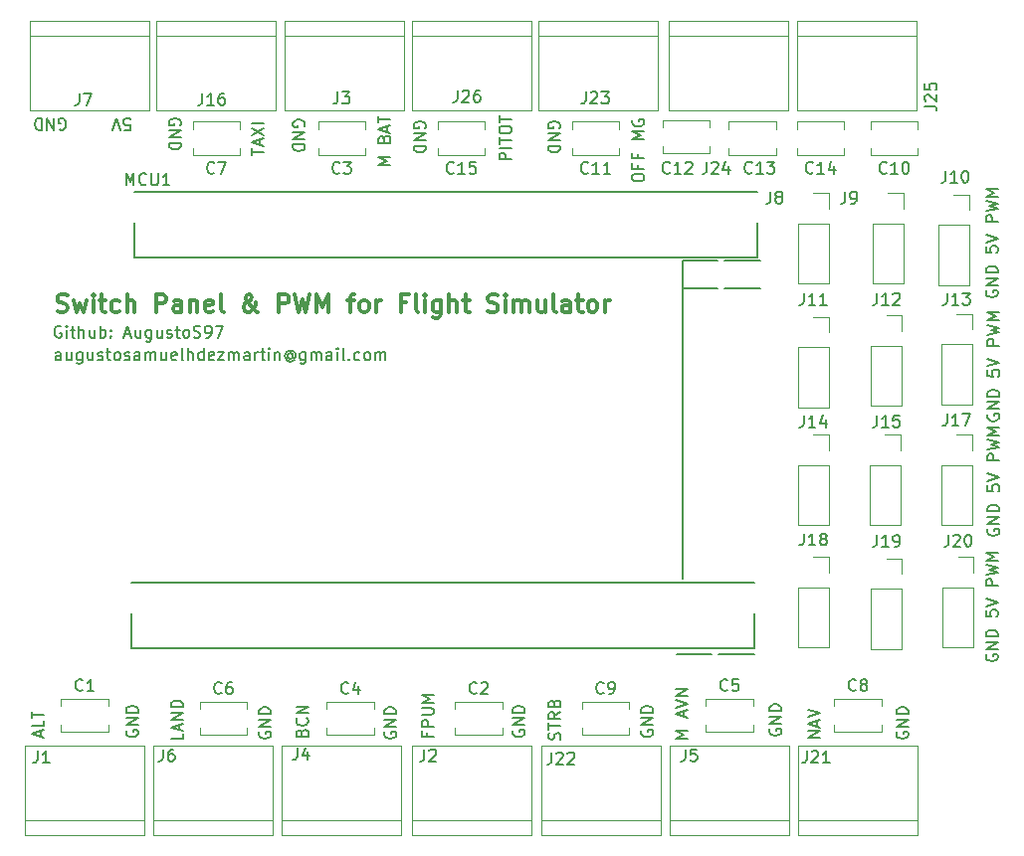
<source format=gbr>
%TF.GenerationSoftware,KiCad,Pcbnew,(5.1.9)-1*%
%TF.CreationDate,2021-10-03T22:41:08+01:00*%
%TF.ProjectId,cessna-panel-pcb,63657373-6e61-42d7-9061-6e656c2d7063,rev?*%
%TF.SameCoordinates,Original*%
%TF.FileFunction,Legend,Top*%
%TF.FilePolarity,Positive*%
%FSLAX46Y46*%
G04 Gerber Fmt 4.6, Leading zero omitted, Abs format (unit mm)*
G04 Created by KiCad (PCBNEW (5.1.9)-1) date 2021-10-03 22:41:08*
%MOMM*%
%LPD*%
G01*
G04 APERTURE LIST*
%ADD10C,0.150000*%
%ADD11C,0.200000*%
%ADD12C,0.300000*%
%ADD13C,0.120000*%
G04 APERTURE END LIST*
D10*
X136644000Y-60071095D02*
X136691619Y-59975857D01*
X136691619Y-59833000D01*
X136644000Y-59690142D01*
X136548761Y-59594904D01*
X136453523Y-59547285D01*
X136263047Y-59499666D01*
X136120190Y-59499666D01*
X135929714Y-59547285D01*
X135834476Y-59594904D01*
X135739238Y-59690142D01*
X135691619Y-59833000D01*
X135691619Y-59928238D01*
X135739238Y-60071095D01*
X135786857Y-60118714D01*
X136120190Y-60118714D01*
X136120190Y-59928238D01*
X135691619Y-60547285D02*
X136691619Y-60547285D01*
X135691619Y-61118714D01*
X136691619Y-61118714D01*
X135691619Y-61594904D02*
X136691619Y-61594904D01*
X136691619Y-61833000D01*
X136644000Y-61975857D01*
X136548761Y-62071095D01*
X136453523Y-62118714D01*
X136263047Y-62166333D01*
X136120190Y-62166333D01*
X135929714Y-62118714D01*
X135834476Y-62071095D01*
X135739238Y-61975857D01*
X135691619Y-61833000D01*
X135691619Y-61594904D01*
X125214000Y-60071095D02*
X125261619Y-59975857D01*
X125261619Y-59833000D01*
X125214000Y-59690142D01*
X125118761Y-59594904D01*
X125023523Y-59547285D01*
X124833047Y-59499666D01*
X124690190Y-59499666D01*
X124499714Y-59547285D01*
X124404476Y-59594904D01*
X124309238Y-59690142D01*
X124261619Y-59833000D01*
X124261619Y-59928238D01*
X124309238Y-60071095D01*
X124356857Y-60118714D01*
X124690190Y-60118714D01*
X124690190Y-59928238D01*
X124261619Y-60547285D02*
X125261619Y-60547285D01*
X124261619Y-61118714D01*
X125261619Y-61118714D01*
X124261619Y-61594904D02*
X125261619Y-61594904D01*
X125261619Y-61833000D01*
X125214000Y-61975857D01*
X125118761Y-62071095D01*
X125023523Y-62118714D01*
X124833047Y-62166333D01*
X124690190Y-62166333D01*
X124499714Y-62118714D01*
X124404476Y-62071095D01*
X124309238Y-61975857D01*
X124261619Y-61833000D01*
X124261619Y-61594904D01*
X114927000Y-59944095D02*
X114974619Y-59848857D01*
X114974619Y-59706000D01*
X114927000Y-59563142D01*
X114831761Y-59467904D01*
X114736523Y-59420285D01*
X114546047Y-59372666D01*
X114403190Y-59372666D01*
X114212714Y-59420285D01*
X114117476Y-59467904D01*
X114022238Y-59563142D01*
X113974619Y-59706000D01*
X113974619Y-59801238D01*
X114022238Y-59944095D01*
X114069857Y-59991714D01*
X114403190Y-59991714D01*
X114403190Y-59801238D01*
X113974619Y-60420285D02*
X114974619Y-60420285D01*
X113974619Y-60991714D01*
X114974619Y-60991714D01*
X113974619Y-61467904D02*
X114974619Y-61467904D01*
X114974619Y-61706000D01*
X114927000Y-61848857D01*
X114831761Y-61944095D01*
X114736523Y-61991714D01*
X114546047Y-62039333D01*
X114403190Y-62039333D01*
X114212714Y-61991714D01*
X114117476Y-61944095D01*
X114022238Y-61848857D01*
X113974619Y-61706000D01*
X113974619Y-61467904D01*
X104386000Y-59817095D02*
X104433619Y-59721857D01*
X104433619Y-59579000D01*
X104386000Y-59436142D01*
X104290761Y-59340904D01*
X104195523Y-59293285D01*
X104005047Y-59245666D01*
X103862190Y-59245666D01*
X103671714Y-59293285D01*
X103576476Y-59340904D01*
X103481238Y-59436142D01*
X103433619Y-59579000D01*
X103433619Y-59674238D01*
X103481238Y-59817095D01*
X103528857Y-59864714D01*
X103862190Y-59864714D01*
X103862190Y-59674238D01*
X103433619Y-60293285D02*
X104433619Y-60293285D01*
X103433619Y-60864714D01*
X104433619Y-60864714D01*
X103433619Y-61340904D02*
X104433619Y-61340904D01*
X104433619Y-61579000D01*
X104386000Y-61721857D01*
X104290761Y-61817095D01*
X104195523Y-61864714D01*
X104005047Y-61912333D01*
X103862190Y-61912333D01*
X103671714Y-61864714D01*
X103576476Y-61817095D01*
X103481238Y-61721857D01*
X103433619Y-61579000D01*
X103433619Y-61340904D01*
X165362000Y-111505904D02*
X165314380Y-111601142D01*
X165314380Y-111744000D01*
X165362000Y-111886857D01*
X165457238Y-111982095D01*
X165552476Y-112029714D01*
X165742952Y-112077333D01*
X165885809Y-112077333D01*
X166076285Y-112029714D01*
X166171523Y-111982095D01*
X166266761Y-111886857D01*
X166314380Y-111744000D01*
X166314380Y-111648761D01*
X166266761Y-111505904D01*
X166219142Y-111458285D01*
X165885809Y-111458285D01*
X165885809Y-111648761D01*
X166314380Y-111029714D02*
X165314380Y-111029714D01*
X166314380Y-110458285D01*
X165314380Y-110458285D01*
X166314380Y-109982095D02*
X165314380Y-109982095D01*
X165314380Y-109744000D01*
X165362000Y-109601142D01*
X165457238Y-109505904D01*
X165552476Y-109458285D01*
X165742952Y-109410666D01*
X165885809Y-109410666D01*
X166076285Y-109458285D01*
X166171523Y-109505904D01*
X166266761Y-109601142D01*
X166314380Y-109744000D01*
X166314380Y-109982095D01*
X154567000Y-111251904D02*
X154519380Y-111347142D01*
X154519380Y-111490000D01*
X154567000Y-111632857D01*
X154662238Y-111728095D01*
X154757476Y-111775714D01*
X154947952Y-111823333D01*
X155090809Y-111823333D01*
X155281285Y-111775714D01*
X155376523Y-111728095D01*
X155471761Y-111632857D01*
X155519380Y-111490000D01*
X155519380Y-111394761D01*
X155471761Y-111251904D01*
X155424142Y-111204285D01*
X155090809Y-111204285D01*
X155090809Y-111394761D01*
X155519380Y-110775714D02*
X154519380Y-110775714D01*
X155519380Y-110204285D01*
X154519380Y-110204285D01*
X155519380Y-109728095D02*
X154519380Y-109728095D01*
X154519380Y-109490000D01*
X154567000Y-109347142D01*
X154662238Y-109251904D01*
X154757476Y-109204285D01*
X154947952Y-109156666D01*
X155090809Y-109156666D01*
X155281285Y-109204285D01*
X155376523Y-109251904D01*
X155471761Y-109347142D01*
X155519380Y-109490000D01*
X155519380Y-109728095D01*
X143645000Y-111378904D02*
X143597380Y-111474142D01*
X143597380Y-111617000D01*
X143645000Y-111759857D01*
X143740238Y-111855095D01*
X143835476Y-111902714D01*
X144025952Y-111950333D01*
X144168809Y-111950333D01*
X144359285Y-111902714D01*
X144454523Y-111855095D01*
X144549761Y-111759857D01*
X144597380Y-111617000D01*
X144597380Y-111521761D01*
X144549761Y-111378904D01*
X144502142Y-111331285D01*
X144168809Y-111331285D01*
X144168809Y-111521761D01*
X144597380Y-110902714D02*
X143597380Y-110902714D01*
X144597380Y-110331285D01*
X143597380Y-110331285D01*
X144597380Y-109855095D02*
X143597380Y-109855095D01*
X143597380Y-109617000D01*
X143645000Y-109474142D01*
X143740238Y-109378904D01*
X143835476Y-109331285D01*
X144025952Y-109283666D01*
X144168809Y-109283666D01*
X144359285Y-109331285D01*
X144454523Y-109378904D01*
X144549761Y-109474142D01*
X144597380Y-109617000D01*
X144597380Y-109855095D01*
X132723000Y-111378904D02*
X132675380Y-111474142D01*
X132675380Y-111617000D01*
X132723000Y-111759857D01*
X132818238Y-111855095D01*
X132913476Y-111902714D01*
X133103952Y-111950333D01*
X133246809Y-111950333D01*
X133437285Y-111902714D01*
X133532523Y-111855095D01*
X133627761Y-111759857D01*
X133675380Y-111617000D01*
X133675380Y-111521761D01*
X133627761Y-111378904D01*
X133580142Y-111331285D01*
X133246809Y-111331285D01*
X133246809Y-111521761D01*
X133675380Y-110902714D02*
X132675380Y-110902714D01*
X133675380Y-110331285D01*
X132675380Y-110331285D01*
X133675380Y-109855095D02*
X132675380Y-109855095D01*
X132675380Y-109617000D01*
X132723000Y-109474142D01*
X132818238Y-109378904D01*
X132913476Y-109331285D01*
X133103952Y-109283666D01*
X133246809Y-109283666D01*
X133437285Y-109331285D01*
X133532523Y-109378904D01*
X133627761Y-109474142D01*
X133675380Y-109617000D01*
X133675380Y-109855095D01*
X121801000Y-111505904D02*
X121753380Y-111601142D01*
X121753380Y-111744000D01*
X121801000Y-111886857D01*
X121896238Y-111982095D01*
X121991476Y-112029714D01*
X122181952Y-112077333D01*
X122324809Y-112077333D01*
X122515285Y-112029714D01*
X122610523Y-111982095D01*
X122705761Y-111886857D01*
X122753380Y-111744000D01*
X122753380Y-111648761D01*
X122705761Y-111505904D01*
X122658142Y-111458285D01*
X122324809Y-111458285D01*
X122324809Y-111648761D01*
X122753380Y-111029714D02*
X121753380Y-111029714D01*
X122753380Y-110458285D01*
X121753380Y-110458285D01*
X122753380Y-109982095D02*
X121753380Y-109982095D01*
X121753380Y-109744000D01*
X121801000Y-109601142D01*
X121896238Y-109505904D01*
X121991476Y-109458285D01*
X122181952Y-109410666D01*
X122324809Y-109410666D01*
X122515285Y-109458285D01*
X122610523Y-109505904D01*
X122705761Y-109601142D01*
X122753380Y-109744000D01*
X122753380Y-109982095D01*
X111133000Y-111505904D02*
X111085380Y-111601142D01*
X111085380Y-111744000D01*
X111133000Y-111886857D01*
X111228238Y-111982095D01*
X111323476Y-112029714D01*
X111513952Y-112077333D01*
X111656809Y-112077333D01*
X111847285Y-112029714D01*
X111942523Y-111982095D01*
X112037761Y-111886857D01*
X112085380Y-111744000D01*
X112085380Y-111648761D01*
X112037761Y-111505904D01*
X111990142Y-111458285D01*
X111656809Y-111458285D01*
X111656809Y-111648761D01*
X112085380Y-111029714D02*
X111085380Y-111029714D01*
X112085380Y-110458285D01*
X111085380Y-110458285D01*
X112085380Y-109982095D02*
X111085380Y-109982095D01*
X111085380Y-109744000D01*
X111133000Y-109601142D01*
X111228238Y-109505904D01*
X111323476Y-109458285D01*
X111513952Y-109410666D01*
X111656809Y-109410666D01*
X111847285Y-109458285D01*
X111942523Y-109505904D01*
X112037761Y-109601142D01*
X112085380Y-109744000D01*
X112085380Y-109982095D01*
X94227761Y-79827380D02*
X94227761Y-79303571D01*
X94180142Y-79208333D01*
X94084904Y-79160714D01*
X93894428Y-79160714D01*
X93799190Y-79208333D01*
X94227761Y-79779761D02*
X94132523Y-79827380D01*
X93894428Y-79827380D01*
X93799190Y-79779761D01*
X93751571Y-79684523D01*
X93751571Y-79589285D01*
X93799190Y-79494047D01*
X93894428Y-79446428D01*
X94132523Y-79446428D01*
X94227761Y-79398809D01*
X95132523Y-79160714D02*
X95132523Y-79827380D01*
X94703952Y-79160714D02*
X94703952Y-79684523D01*
X94751571Y-79779761D01*
X94846809Y-79827380D01*
X94989666Y-79827380D01*
X95084904Y-79779761D01*
X95132523Y-79732142D01*
X96037285Y-79160714D02*
X96037285Y-79970238D01*
X95989666Y-80065476D01*
X95942047Y-80113095D01*
X95846809Y-80160714D01*
X95703952Y-80160714D01*
X95608714Y-80113095D01*
X96037285Y-79779761D02*
X95942047Y-79827380D01*
X95751571Y-79827380D01*
X95656333Y-79779761D01*
X95608714Y-79732142D01*
X95561095Y-79636904D01*
X95561095Y-79351190D01*
X95608714Y-79255952D01*
X95656333Y-79208333D01*
X95751571Y-79160714D01*
X95942047Y-79160714D01*
X96037285Y-79208333D01*
X96942047Y-79160714D02*
X96942047Y-79827380D01*
X96513476Y-79160714D02*
X96513476Y-79684523D01*
X96561095Y-79779761D01*
X96656333Y-79827380D01*
X96799190Y-79827380D01*
X96894428Y-79779761D01*
X96942047Y-79732142D01*
X97370619Y-79779761D02*
X97465857Y-79827380D01*
X97656333Y-79827380D01*
X97751571Y-79779761D01*
X97799190Y-79684523D01*
X97799190Y-79636904D01*
X97751571Y-79541666D01*
X97656333Y-79494047D01*
X97513476Y-79494047D01*
X97418238Y-79446428D01*
X97370619Y-79351190D01*
X97370619Y-79303571D01*
X97418238Y-79208333D01*
X97513476Y-79160714D01*
X97656333Y-79160714D01*
X97751571Y-79208333D01*
X98084904Y-79160714D02*
X98465857Y-79160714D01*
X98227761Y-78827380D02*
X98227761Y-79684523D01*
X98275380Y-79779761D01*
X98370619Y-79827380D01*
X98465857Y-79827380D01*
X98942047Y-79827380D02*
X98846809Y-79779761D01*
X98799190Y-79732142D01*
X98751571Y-79636904D01*
X98751571Y-79351190D01*
X98799190Y-79255952D01*
X98846809Y-79208333D01*
X98942047Y-79160714D01*
X99084904Y-79160714D01*
X99180142Y-79208333D01*
X99227761Y-79255952D01*
X99275380Y-79351190D01*
X99275380Y-79636904D01*
X99227761Y-79732142D01*
X99180142Y-79779761D01*
X99084904Y-79827380D01*
X98942047Y-79827380D01*
X99656333Y-79779761D02*
X99751571Y-79827380D01*
X99942047Y-79827380D01*
X100037285Y-79779761D01*
X100084904Y-79684523D01*
X100084904Y-79636904D01*
X100037285Y-79541666D01*
X99942047Y-79494047D01*
X99799190Y-79494047D01*
X99703952Y-79446428D01*
X99656333Y-79351190D01*
X99656333Y-79303571D01*
X99703952Y-79208333D01*
X99799190Y-79160714D01*
X99942047Y-79160714D01*
X100037285Y-79208333D01*
X100942047Y-79827380D02*
X100942047Y-79303571D01*
X100894428Y-79208333D01*
X100799190Y-79160714D01*
X100608714Y-79160714D01*
X100513476Y-79208333D01*
X100942047Y-79779761D02*
X100846809Y-79827380D01*
X100608714Y-79827380D01*
X100513476Y-79779761D01*
X100465857Y-79684523D01*
X100465857Y-79589285D01*
X100513476Y-79494047D01*
X100608714Y-79446428D01*
X100846809Y-79446428D01*
X100942047Y-79398809D01*
X101418238Y-79827380D02*
X101418238Y-79160714D01*
X101418238Y-79255952D02*
X101465857Y-79208333D01*
X101561095Y-79160714D01*
X101703952Y-79160714D01*
X101799190Y-79208333D01*
X101846809Y-79303571D01*
X101846809Y-79827380D01*
X101846809Y-79303571D02*
X101894428Y-79208333D01*
X101989666Y-79160714D01*
X102132523Y-79160714D01*
X102227761Y-79208333D01*
X102275380Y-79303571D01*
X102275380Y-79827380D01*
X103180142Y-79160714D02*
X103180142Y-79827380D01*
X102751571Y-79160714D02*
X102751571Y-79684523D01*
X102799190Y-79779761D01*
X102894428Y-79827380D01*
X103037285Y-79827380D01*
X103132523Y-79779761D01*
X103180142Y-79732142D01*
X104037285Y-79779761D02*
X103942047Y-79827380D01*
X103751571Y-79827380D01*
X103656333Y-79779761D01*
X103608714Y-79684523D01*
X103608714Y-79303571D01*
X103656333Y-79208333D01*
X103751571Y-79160714D01*
X103942047Y-79160714D01*
X104037285Y-79208333D01*
X104084904Y-79303571D01*
X104084904Y-79398809D01*
X103608714Y-79494047D01*
X104656333Y-79827380D02*
X104561095Y-79779761D01*
X104513476Y-79684523D01*
X104513476Y-78827380D01*
X105037285Y-79827380D02*
X105037285Y-78827380D01*
X105465857Y-79827380D02*
X105465857Y-79303571D01*
X105418238Y-79208333D01*
X105323000Y-79160714D01*
X105180142Y-79160714D01*
X105084904Y-79208333D01*
X105037285Y-79255952D01*
X106370619Y-79827380D02*
X106370619Y-78827380D01*
X106370619Y-79779761D02*
X106275380Y-79827380D01*
X106084904Y-79827380D01*
X105989666Y-79779761D01*
X105942047Y-79732142D01*
X105894428Y-79636904D01*
X105894428Y-79351190D01*
X105942047Y-79255952D01*
X105989666Y-79208333D01*
X106084904Y-79160714D01*
X106275380Y-79160714D01*
X106370619Y-79208333D01*
X107227761Y-79779761D02*
X107132523Y-79827380D01*
X106942047Y-79827380D01*
X106846809Y-79779761D01*
X106799190Y-79684523D01*
X106799190Y-79303571D01*
X106846809Y-79208333D01*
X106942047Y-79160714D01*
X107132523Y-79160714D01*
X107227761Y-79208333D01*
X107275380Y-79303571D01*
X107275380Y-79398809D01*
X106799190Y-79494047D01*
X107608714Y-79160714D02*
X108132523Y-79160714D01*
X107608714Y-79827380D01*
X108132523Y-79827380D01*
X108513476Y-79827380D02*
X108513476Y-79160714D01*
X108513476Y-79255952D02*
X108561095Y-79208333D01*
X108656333Y-79160714D01*
X108799190Y-79160714D01*
X108894428Y-79208333D01*
X108942047Y-79303571D01*
X108942047Y-79827380D01*
X108942047Y-79303571D02*
X108989666Y-79208333D01*
X109084904Y-79160714D01*
X109227761Y-79160714D01*
X109323000Y-79208333D01*
X109370619Y-79303571D01*
X109370619Y-79827380D01*
X110275380Y-79827380D02*
X110275380Y-79303571D01*
X110227761Y-79208333D01*
X110132523Y-79160714D01*
X109942047Y-79160714D01*
X109846809Y-79208333D01*
X110275380Y-79779761D02*
X110180142Y-79827380D01*
X109942047Y-79827380D01*
X109846809Y-79779761D01*
X109799190Y-79684523D01*
X109799190Y-79589285D01*
X109846809Y-79494047D01*
X109942047Y-79446428D01*
X110180142Y-79446428D01*
X110275380Y-79398809D01*
X110751571Y-79827380D02*
X110751571Y-79160714D01*
X110751571Y-79351190D02*
X110799190Y-79255952D01*
X110846809Y-79208333D01*
X110942047Y-79160714D01*
X111037285Y-79160714D01*
X111227761Y-79160714D02*
X111608714Y-79160714D01*
X111370619Y-78827380D02*
X111370619Y-79684523D01*
X111418238Y-79779761D01*
X111513476Y-79827380D01*
X111608714Y-79827380D01*
X111942047Y-79827380D02*
X111942047Y-79160714D01*
X111942047Y-78827380D02*
X111894428Y-78875000D01*
X111942047Y-78922619D01*
X111989666Y-78875000D01*
X111942047Y-78827380D01*
X111942047Y-78922619D01*
X112418238Y-79160714D02*
X112418238Y-79827380D01*
X112418238Y-79255952D02*
X112465857Y-79208333D01*
X112561095Y-79160714D01*
X112703952Y-79160714D01*
X112799190Y-79208333D01*
X112846809Y-79303571D01*
X112846809Y-79827380D01*
X113942047Y-79351190D02*
X113894428Y-79303571D01*
X113799190Y-79255952D01*
X113703952Y-79255952D01*
X113608714Y-79303571D01*
X113561095Y-79351190D01*
X113513476Y-79446428D01*
X113513476Y-79541666D01*
X113561095Y-79636904D01*
X113608714Y-79684523D01*
X113703952Y-79732142D01*
X113799190Y-79732142D01*
X113894428Y-79684523D01*
X113942047Y-79636904D01*
X113942047Y-79255952D02*
X113942047Y-79636904D01*
X113989666Y-79684523D01*
X114037285Y-79684523D01*
X114132523Y-79636904D01*
X114180142Y-79541666D01*
X114180142Y-79303571D01*
X114084904Y-79160714D01*
X113942047Y-79065476D01*
X113751571Y-79017857D01*
X113561095Y-79065476D01*
X113418238Y-79160714D01*
X113323000Y-79303571D01*
X113275380Y-79494047D01*
X113323000Y-79684523D01*
X113418238Y-79827380D01*
X113561095Y-79922619D01*
X113751571Y-79970238D01*
X113942047Y-79922619D01*
X114084904Y-79827380D01*
X115037285Y-79160714D02*
X115037285Y-79970238D01*
X114989666Y-80065476D01*
X114942047Y-80113095D01*
X114846809Y-80160714D01*
X114703952Y-80160714D01*
X114608714Y-80113095D01*
X115037285Y-79779761D02*
X114942047Y-79827380D01*
X114751571Y-79827380D01*
X114656333Y-79779761D01*
X114608714Y-79732142D01*
X114561095Y-79636904D01*
X114561095Y-79351190D01*
X114608714Y-79255952D01*
X114656333Y-79208333D01*
X114751571Y-79160714D01*
X114942047Y-79160714D01*
X115037285Y-79208333D01*
X115513476Y-79827380D02*
X115513476Y-79160714D01*
X115513476Y-79255952D02*
X115561095Y-79208333D01*
X115656333Y-79160714D01*
X115799190Y-79160714D01*
X115894428Y-79208333D01*
X115942047Y-79303571D01*
X115942047Y-79827380D01*
X115942047Y-79303571D02*
X115989666Y-79208333D01*
X116084904Y-79160714D01*
X116227761Y-79160714D01*
X116323000Y-79208333D01*
X116370619Y-79303571D01*
X116370619Y-79827380D01*
X117275380Y-79827380D02*
X117275380Y-79303571D01*
X117227761Y-79208333D01*
X117132523Y-79160714D01*
X116942047Y-79160714D01*
X116846809Y-79208333D01*
X117275380Y-79779761D02*
X117180142Y-79827380D01*
X116942047Y-79827380D01*
X116846809Y-79779761D01*
X116799190Y-79684523D01*
X116799190Y-79589285D01*
X116846809Y-79494047D01*
X116942047Y-79446428D01*
X117180142Y-79446428D01*
X117275380Y-79398809D01*
X117751571Y-79827380D02*
X117751571Y-79160714D01*
X117751571Y-78827380D02*
X117703952Y-78875000D01*
X117751571Y-78922619D01*
X117799190Y-78875000D01*
X117751571Y-78827380D01*
X117751571Y-78922619D01*
X118370619Y-79827380D02*
X118275380Y-79779761D01*
X118227761Y-79684523D01*
X118227761Y-78827380D01*
X118751571Y-79732142D02*
X118799190Y-79779761D01*
X118751571Y-79827380D01*
X118703952Y-79779761D01*
X118751571Y-79732142D01*
X118751571Y-79827380D01*
X119656333Y-79779761D02*
X119561095Y-79827380D01*
X119370619Y-79827380D01*
X119275380Y-79779761D01*
X119227761Y-79732142D01*
X119180142Y-79636904D01*
X119180142Y-79351190D01*
X119227761Y-79255952D01*
X119275380Y-79208333D01*
X119370619Y-79160714D01*
X119561095Y-79160714D01*
X119656333Y-79208333D01*
X120227761Y-79827380D02*
X120132523Y-79779761D01*
X120084904Y-79732142D01*
X120037285Y-79636904D01*
X120037285Y-79351190D01*
X120084904Y-79255952D01*
X120132523Y-79208333D01*
X120227761Y-79160714D01*
X120370619Y-79160714D01*
X120465857Y-79208333D01*
X120513476Y-79255952D01*
X120561095Y-79351190D01*
X120561095Y-79636904D01*
X120513476Y-79732142D01*
X120465857Y-79779761D01*
X120370619Y-79827380D01*
X120227761Y-79827380D01*
X120989666Y-79827380D02*
X120989666Y-79160714D01*
X120989666Y-79255952D02*
X121037285Y-79208333D01*
X121132523Y-79160714D01*
X121275380Y-79160714D01*
X121370619Y-79208333D01*
X121418238Y-79303571D01*
X121418238Y-79827380D01*
X121418238Y-79303571D02*
X121465857Y-79208333D01*
X121561095Y-79160714D01*
X121703952Y-79160714D01*
X121799190Y-79208333D01*
X121846809Y-79303571D01*
X121846809Y-79827380D01*
D11*
X94242761Y-76970000D02*
X94147523Y-76922380D01*
X94004666Y-76922380D01*
X93861809Y-76970000D01*
X93766571Y-77065238D01*
X93718952Y-77160476D01*
X93671333Y-77350952D01*
X93671333Y-77493809D01*
X93718952Y-77684285D01*
X93766571Y-77779523D01*
X93861809Y-77874761D01*
X94004666Y-77922380D01*
X94099904Y-77922380D01*
X94242761Y-77874761D01*
X94290380Y-77827142D01*
X94290380Y-77493809D01*
X94099904Y-77493809D01*
X94718952Y-77922380D02*
X94718952Y-77255714D01*
X94718952Y-76922380D02*
X94671333Y-76970000D01*
X94718952Y-77017619D01*
X94766571Y-76970000D01*
X94718952Y-76922380D01*
X94718952Y-77017619D01*
X95052285Y-77255714D02*
X95433238Y-77255714D01*
X95195142Y-76922380D02*
X95195142Y-77779523D01*
X95242761Y-77874761D01*
X95338000Y-77922380D01*
X95433238Y-77922380D01*
X95766571Y-77922380D02*
X95766571Y-76922380D01*
X96195142Y-77922380D02*
X96195142Y-77398571D01*
X96147523Y-77303333D01*
X96052285Y-77255714D01*
X95909428Y-77255714D01*
X95814190Y-77303333D01*
X95766571Y-77350952D01*
X97099904Y-77255714D02*
X97099904Y-77922380D01*
X96671333Y-77255714D02*
X96671333Y-77779523D01*
X96718952Y-77874761D01*
X96814190Y-77922380D01*
X96957047Y-77922380D01*
X97052285Y-77874761D01*
X97099904Y-77827142D01*
X97576095Y-77922380D02*
X97576095Y-76922380D01*
X97576095Y-77303333D02*
X97671333Y-77255714D01*
X97861809Y-77255714D01*
X97957047Y-77303333D01*
X98004666Y-77350952D01*
X98052285Y-77446190D01*
X98052285Y-77731904D01*
X98004666Y-77827142D01*
X97957047Y-77874761D01*
X97861809Y-77922380D01*
X97671333Y-77922380D01*
X97576095Y-77874761D01*
X98480857Y-77827142D02*
X98528476Y-77874761D01*
X98480857Y-77922380D01*
X98433238Y-77874761D01*
X98480857Y-77827142D01*
X98480857Y-77922380D01*
X98480857Y-77303333D02*
X98528476Y-77350952D01*
X98480857Y-77398571D01*
X98433238Y-77350952D01*
X98480857Y-77303333D01*
X98480857Y-77398571D01*
X99671333Y-77636666D02*
X100147523Y-77636666D01*
X99576095Y-77922380D02*
X99909428Y-76922380D01*
X100242761Y-77922380D01*
X101004666Y-77255714D02*
X101004666Y-77922380D01*
X100576095Y-77255714D02*
X100576095Y-77779523D01*
X100623714Y-77874761D01*
X100718952Y-77922380D01*
X100861809Y-77922380D01*
X100957047Y-77874761D01*
X101004666Y-77827142D01*
X101909428Y-77255714D02*
X101909428Y-78065238D01*
X101861809Y-78160476D01*
X101814190Y-78208095D01*
X101718952Y-78255714D01*
X101576095Y-78255714D01*
X101480857Y-78208095D01*
X101909428Y-77874761D02*
X101814190Y-77922380D01*
X101623714Y-77922380D01*
X101528476Y-77874761D01*
X101480857Y-77827142D01*
X101433238Y-77731904D01*
X101433238Y-77446190D01*
X101480857Y-77350952D01*
X101528476Y-77303333D01*
X101623714Y-77255714D01*
X101814190Y-77255714D01*
X101909428Y-77303333D01*
X102814190Y-77255714D02*
X102814190Y-77922380D01*
X102385619Y-77255714D02*
X102385619Y-77779523D01*
X102433238Y-77874761D01*
X102528476Y-77922380D01*
X102671333Y-77922380D01*
X102766571Y-77874761D01*
X102814190Y-77827142D01*
X103242761Y-77874761D02*
X103338000Y-77922380D01*
X103528476Y-77922380D01*
X103623714Y-77874761D01*
X103671333Y-77779523D01*
X103671333Y-77731904D01*
X103623714Y-77636666D01*
X103528476Y-77589047D01*
X103385619Y-77589047D01*
X103290380Y-77541428D01*
X103242761Y-77446190D01*
X103242761Y-77398571D01*
X103290380Y-77303333D01*
X103385619Y-77255714D01*
X103528476Y-77255714D01*
X103623714Y-77303333D01*
X103957047Y-77255714D02*
X104338000Y-77255714D01*
X104099904Y-76922380D02*
X104099904Y-77779523D01*
X104147523Y-77874761D01*
X104242761Y-77922380D01*
X104338000Y-77922380D01*
X104814190Y-77922380D02*
X104718952Y-77874761D01*
X104671333Y-77827142D01*
X104623714Y-77731904D01*
X104623714Y-77446190D01*
X104671333Y-77350952D01*
X104718952Y-77303333D01*
X104814190Y-77255714D01*
X104957047Y-77255714D01*
X105052285Y-77303333D01*
X105099904Y-77350952D01*
X105147523Y-77446190D01*
X105147523Y-77731904D01*
X105099904Y-77827142D01*
X105052285Y-77874761D01*
X104957047Y-77922380D01*
X104814190Y-77922380D01*
X105528476Y-77874761D02*
X105671333Y-77922380D01*
X105909428Y-77922380D01*
X106004666Y-77874761D01*
X106052285Y-77827142D01*
X106099904Y-77731904D01*
X106099904Y-77636666D01*
X106052285Y-77541428D01*
X106004666Y-77493809D01*
X105909428Y-77446190D01*
X105718952Y-77398571D01*
X105623714Y-77350952D01*
X105576095Y-77303333D01*
X105528476Y-77208095D01*
X105528476Y-77112857D01*
X105576095Y-77017619D01*
X105623714Y-76970000D01*
X105718952Y-76922380D01*
X105957047Y-76922380D01*
X106099904Y-76970000D01*
X106576095Y-77922380D02*
X106766571Y-77922380D01*
X106861809Y-77874761D01*
X106909428Y-77827142D01*
X107004666Y-77684285D01*
X107052285Y-77493809D01*
X107052285Y-77112857D01*
X107004666Y-77017619D01*
X106957047Y-76970000D01*
X106861809Y-76922380D01*
X106671333Y-76922380D01*
X106576095Y-76970000D01*
X106528476Y-77017619D01*
X106480857Y-77112857D01*
X106480857Y-77350952D01*
X106528476Y-77446190D01*
X106576095Y-77493809D01*
X106671333Y-77541428D01*
X106861809Y-77541428D01*
X106957047Y-77493809D01*
X107004666Y-77446190D01*
X107052285Y-77350952D01*
X107385619Y-76922380D02*
X108052285Y-76922380D01*
X107623714Y-77922380D01*
D12*
X93919428Y-75664142D02*
X94133714Y-75735571D01*
X94490857Y-75735571D01*
X94633714Y-75664142D01*
X94705142Y-75592714D01*
X94776571Y-75449857D01*
X94776571Y-75307000D01*
X94705142Y-75164142D01*
X94633714Y-75092714D01*
X94490857Y-75021285D01*
X94205142Y-74949857D01*
X94062285Y-74878428D01*
X93990857Y-74807000D01*
X93919428Y-74664142D01*
X93919428Y-74521285D01*
X93990857Y-74378428D01*
X94062285Y-74307000D01*
X94205142Y-74235571D01*
X94562285Y-74235571D01*
X94776571Y-74307000D01*
X95276571Y-74735571D02*
X95562285Y-75735571D01*
X95847999Y-75021285D01*
X96133714Y-75735571D01*
X96419428Y-74735571D01*
X96990857Y-75735571D02*
X96990857Y-74735571D01*
X96990857Y-74235571D02*
X96919428Y-74307000D01*
X96990857Y-74378428D01*
X97062285Y-74307000D01*
X96990857Y-74235571D01*
X96990857Y-74378428D01*
X97490857Y-74735571D02*
X98062285Y-74735571D01*
X97705142Y-74235571D02*
X97705142Y-75521285D01*
X97776571Y-75664142D01*
X97919428Y-75735571D01*
X98062285Y-75735571D01*
X99205142Y-75664142D02*
X99062285Y-75735571D01*
X98776571Y-75735571D01*
X98633714Y-75664142D01*
X98562285Y-75592714D01*
X98490857Y-75449857D01*
X98490857Y-75021285D01*
X98562285Y-74878428D01*
X98633714Y-74807000D01*
X98776571Y-74735571D01*
X99062285Y-74735571D01*
X99205142Y-74807000D01*
X99847999Y-75735571D02*
X99847999Y-74235571D01*
X100490857Y-75735571D02*
X100490857Y-74949857D01*
X100419428Y-74807000D01*
X100276571Y-74735571D01*
X100062285Y-74735571D01*
X99919428Y-74807000D01*
X99847999Y-74878428D01*
X102347999Y-75735571D02*
X102347999Y-74235571D01*
X102919428Y-74235571D01*
X103062285Y-74307000D01*
X103133714Y-74378428D01*
X103205142Y-74521285D01*
X103205142Y-74735571D01*
X103133714Y-74878428D01*
X103062285Y-74949857D01*
X102919428Y-75021285D01*
X102347999Y-75021285D01*
X104490857Y-75735571D02*
X104490857Y-74949857D01*
X104419428Y-74807000D01*
X104276571Y-74735571D01*
X103990857Y-74735571D01*
X103847999Y-74807000D01*
X104490857Y-75664142D02*
X104347999Y-75735571D01*
X103990857Y-75735571D01*
X103847999Y-75664142D01*
X103776571Y-75521285D01*
X103776571Y-75378428D01*
X103847999Y-75235571D01*
X103990857Y-75164142D01*
X104347999Y-75164142D01*
X104490857Y-75092714D01*
X105205142Y-74735571D02*
X105205142Y-75735571D01*
X105205142Y-74878428D02*
X105276571Y-74807000D01*
X105419428Y-74735571D01*
X105633714Y-74735571D01*
X105776571Y-74807000D01*
X105847999Y-74949857D01*
X105847999Y-75735571D01*
X107133714Y-75664142D02*
X106990857Y-75735571D01*
X106705142Y-75735571D01*
X106562285Y-75664142D01*
X106490857Y-75521285D01*
X106490857Y-74949857D01*
X106562285Y-74807000D01*
X106705142Y-74735571D01*
X106990857Y-74735571D01*
X107133714Y-74807000D01*
X107205142Y-74949857D01*
X107205142Y-75092714D01*
X106490857Y-75235571D01*
X108062285Y-75735571D02*
X107919428Y-75664142D01*
X107847999Y-75521285D01*
X107847999Y-74235571D01*
X110990857Y-75735571D02*
X110919428Y-75735571D01*
X110776571Y-75664142D01*
X110562285Y-75449857D01*
X110205142Y-75021285D01*
X110062285Y-74807000D01*
X109990857Y-74592714D01*
X109990857Y-74449857D01*
X110062285Y-74307000D01*
X110205142Y-74235571D01*
X110276571Y-74235571D01*
X110419428Y-74307000D01*
X110490857Y-74449857D01*
X110490857Y-74521285D01*
X110419428Y-74664142D01*
X110347999Y-74735571D01*
X109919428Y-75021285D01*
X109847999Y-75092714D01*
X109776571Y-75235571D01*
X109776571Y-75449857D01*
X109847999Y-75592714D01*
X109919428Y-75664142D01*
X110062285Y-75735571D01*
X110276571Y-75735571D01*
X110419428Y-75664142D01*
X110490857Y-75592714D01*
X110705142Y-75307000D01*
X110776571Y-75092714D01*
X110776571Y-74949857D01*
X112776571Y-75735571D02*
X112776571Y-74235571D01*
X113347999Y-74235571D01*
X113490857Y-74307000D01*
X113562285Y-74378428D01*
X113633714Y-74521285D01*
X113633714Y-74735571D01*
X113562285Y-74878428D01*
X113490857Y-74949857D01*
X113347999Y-75021285D01*
X112776571Y-75021285D01*
X114133714Y-74235571D02*
X114490857Y-75735571D01*
X114776571Y-74664142D01*
X115062285Y-75735571D01*
X115419428Y-74235571D01*
X115990857Y-75735571D02*
X115990857Y-74235571D01*
X116490857Y-75307000D01*
X116990857Y-74235571D01*
X116990857Y-75735571D01*
X118633714Y-74735571D02*
X119205142Y-74735571D01*
X118847999Y-75735571D02*
X118847999Y-74449857D01*
X118919428Y-74307000D01*
X119062285Y-74235571D01*
X119205142Y-74235571D01*
X119919428Y-75735571D02*
X119776571Y-75664142D01*
X119705142Y-75592714D01*
X119633714Y-75449857D01*
X119633714Y-75021285D01*
X119705142Y-74878428D01*
X119776571Y-74807000D01*
X119919428Y-74735571D01*
X120133714Y-74735571D01*
X120276571Y-74807000D01*
X120347999Y-74878428D01*
X120419428Y-75021285D01*
X120419428Y-75449857D01*
X120347999Y-75592714D01*
X120276571Y-75664142D01*
X120133714Y-75735571D01*
X119919428Y-75735571D01*
X121062285Y-75735571D02*
X121062285Y-74735571D01*
X121062285Y-75021285D02*
X121133714Y-74878428D01*
X121205142Y-74807000D01*
X121347999Y-74735571D01*
X121490857Y-74735571D01*
X123633714Y-74949857D02*
X123133714Y-74949857D01*
X123133714Y-75735571D02*
X123133714Y-74235571D01*
X123847999Y-74235571D01*
X124633714Y-75735571D02*
X124490857Y-75664142D01*
X124419428Y-75521285D01*
X124419428Y-74235571D01*
X125205142Y-75735571D02*
X125205142Y-74735571D01*
X125205142Y-74235571D02*
X125133714Y-74307000D01*
X125205142Y-74378428D01*
X125276571Y-74307000D01*
X125205142Y-74235571D01*
X125205142Y-74378428D01*
X126562285Y-74735571D02*
X126562285Y-75949857D01*
X126490857Y-76092714D01*
X126419428Y-76164142D01*
X126276571Y-76235571D01*
X126062285Y-76235571D01*
X125919428Y-76164142D01*
X126562285Y-75664142D02*
X126419428Y-75735571D01*
X126133714Y-75735571D01*
X125990857Y-75664142D01*
X125919428Y-75592714D01*
X125847999Y-75449857D01*
X125847999Y-75021285D01*
X125919428Y-74878428D01*
X125990857Y-74807000D01*
X126133714Y-74735571D01*
X126419428Y-74735571D01*
X126562285Y-74807000D01*
X127276571Y-75735571D02*
X127276571Y-74235571D01*
X127919428Y-75735571D02*
X127919428Y-74949857D01*
X127847999Y-74807000D01*
X127705142Y-74735571D01*
X127490857Y-74735571D01*
X127347999Y-74807000D01*
X127276571Y-74878428D01*
X128419428Y-74735571D02*
X128990857Y-74735571D01*
X128633714Y-74235571D02*
X128633714Y-75521285D01*
X128705142Y-75664142D01*
X128847999Y-75735571D01*
X128990857Y-75735571D01*
X130562285Y-75664142D02*
X130776571Y-75735571D01*
X131133714Y-75735571D01*
X131276571Y-75664142D01*
X131347999Y-75592714D01*
X131419428Y-75449857D01*
X131419428Y-75307000D01*
X131347999Y-75164142D01*
X131276571Y-75092714D01*
X131133714Y-75021285D01*
X130847999Y-74949857D01*
X130705142Y-74878428D01*
X130633714Y-74807000D01*
X130562285Y-74664142D01*
X130562285Y-74521285D01*
X130633714Y-74378428D01*
X130705142Y-74307000D01*
X130847999Y-74235571D01*
X131205142Y-74235571D01*
X131419428Y-74307000D01*
X132062285Y-75735571D02*
X132062285Y-74735571D01*
X132062285Y-74235571D02*
X131990857Y-74307000D01*
X132062285Y-74378428D01*
X132133714Y-74307000D01*
X132062285Y-74235571D01*
X132062285Y-74378428D01*
X132776571Y-75735571D02*
X132776571Y-74735571D01*
X132776571Y-74878428D02*
X132847999Y-74807000D01*
X132990857Y-74735571D01*
X133205142Y-74735571D01*
X133347999Y-74807000D01*
X133419428Y-74949857D01*
X133419428Y-75735571D01*
X133419428Y-74949857D02*
X133490857Y-74807000D01*
X133633714Y-74735571D01*
X133847999Y-74735571D01*
X133990857Y-74807000D01*
X134062285Y-74949857D01*
X134062285Y-75735571D01*
X135419428Y-74735571D02*
X135419428Y-75735571D01*
X134776571Y-74735571D02*
X134776571Y-75521285D01*
X134847999Y-75664142D01*
X134990857Y-75735571D01*
X135205142Y-75735571D01*
X135347999Y-75664142D01*
X135419428Y-75592714D01*
X136348000Y-75735571D02*
X136205142Y-75664142D01*
X136133714Y-75521285D01*
X136133714Y-74235571D01*
X137562285Y-75735571D02*
X137562285Y-74949857D01*
X137490857Y-74807000D01*
X137347999Y-74735571D01*
X137062285Y-74735571D01*
X136919428Y-74807000D01*
X137562285Y-75664142D02*
X137419428Y-75735571D01*
X137062285Y-75735571D01*
X136919428Y-75664142D01*
X136847999Y-75521285D01*
X136847999Y-75378428D01*
X136919428Y-75235571D01*
X137062285Y-75164142D01*
X137419428Y-75164142D01*
X137562285Y-75092714D01*
X138062285Y-74735571D02*
X138633714Y-74735571D01*
X138276571Y-74235571D02*
X138276571Y-75521285D01*
X138347999Y-75664142D01*
X138490857Y-75735571D01*
X138633714Y-75735571D01*
X139348000Y-75735571D02*
X139205142Y-75664142D01*
X139133714Y-75592714D01*
X139062285Y-75449857D01*
X139062285Y-75021285D01*
X139133714Y-74878428D01*
X139205142Y-74807000D01*
X139348000Y-74735571D01*
X139562285Y-74735571D01*
X139705142Y-74807000D01*
X139776571Y-74878428D01*
X139848000Y-75021285D01*
X139848000Y-75449857D01*
X139776571Y-75592714D01*
X139705142Y-75664142D01*
X139562285Y-75735571D01*
X139348000Y-75735571D01*
X140490857Y-75735571D02*
X140490857Y-74735571D01*
X140490857Y-75021285D02*
X140562285Y-74878428D01*
X140633714Y-74807000D01*
X140776571Y-74735571D01*
X140919428Y-74735571D01*
D10*
X172982000Y-73921428D02*
X172934380Y-74016666D01*
X172934380Y-74159523D01*
X172982000Y-74302380D01*
X173077238Y-74397619D01*
X173172476Y-74445238D01*
X173362952Y-74492857D01*
X173505809Y-74492857D01*
X173696285Y-74445238D01*
X173791523Y-74397619D01*
X173886761Y-74302380D01*
X173934380Y-74159523D01*
X173934380Y-74064285D01*
X173886761Y-73921428D01*
X173839142Y-73873809D01*
X173505809Y-73873809D01*
X173505809Y-74064285D01*
X173934380Y-73445238D02*
X172934380Y-73445238D01*
X173934380Y-72873809D01*
X172934380Y-72873809D01*
X173934380Y-72397619D02*
X172934380Y-72397619D01*
X172934380Y-72159523D01*
X172982000Y-72016666D01*
X173077238Y-71921428D01*
X173172476Y-71873809D01*
X173362952Y-71826190D01*
X173505809Y-71826190D01*
X173696285Y-71873809D01*
X173791523Y-71921428D01*
X173886761Y-72016666D01*
X173934380Y-72159523D01*
X173934380Y-72397619D01*
X172934380Y-70159523D02*
X172934380Y-70635714D01*
X173410571Y-70683333D01*
X173362952Y-70635714D01*
X173315333Y-70540476D01*
X173315333Y-70302380D01*
X173362952Y-70207142D01*
X173410571Y-70159523D01*
X173505809Y-70111904D01*
X173743904Y-70111904D01*
X173839142Y-70159523D01*
X173886761Y-70207142D01*
X173934380Y-70302380D01*
X173934380Y-70540476D01*
X173886761Y-70635714D01*
X173839142Y-70683333D01*
X172934380Y-69826190D02*
X173934380Y-69492857D01*
X172934380Y-69159523D01*
X173934380Y-68064285D02*
X172934380Y-68064285D01*
X172934380Y-67683333D01*
X172982000Y-67588095D01*
X173029619Y-67540476D01*
X173124857Y-67492857D01*
X173267714Y-67492857D01*
X173362952Y-67540476D01*
X173410571Y-67588095D01*
X173458190Y-67683333D01*
X173458190Y-68064285D01*
X172934380Y-67159523D02*
X173934380Y-66921428D01*
X173220095Y-66730952D01*
X173934380Y-66540476D01*
X172934380Y-66302380D01*
X173934380Y-65921428D02*
X172934380Y-65921428D01*
X173648666Y-65588095D01*
X172934380Y-65254761D01*
X173934380Y-65254761D01*
X173109000Y-84462428D02*
X173061380Y-84557666D01*
X173061380Y-84700523D01*
X173109000Y-84843380D01*
X173204238Y-84938619D01*
X173299476Y-84986238D01*
X173489952Y-85033857D01*
X173632809Y-85033857D01*
X173823285Y-84986238D01*
X173918523Y-84938619D01*
X174013761Y-84843380D01*
X174061380Y-84700523D01*
X174061380Y-84605285D01*
X174013761Y-84462428D01*
X173966142Y-84414809D01*
X173632809Y-84414809D01*
X173632809Y-84605285D01*
X174061380Y-83986238D02*
X173061380Y-83986238D01*
X174061380Y-83414809D01*
X173061380Y-83414809D01*
X174061380Y-82938619D02*
X173061380Y-82938619D01*
X173061380Y-82700523D01*
X173109000Y-82557666D01*
X173204238Y-82462428D01*
X173299476Y-82414809D01*
X173489952Y-82367190D01*
X173632809Y-82367190D01*
X173823285Y-82414809D01*
X173918523Y-82462428D01*
X174013761Y-82557666D01*
X174061380Y-82700523D01*
X174061380Y-82938619D01*
X173061380Y-80700523D02*
X173061380Y-81176714D01*
X173537571Y-81224333D01*
X173489952Y-81176714D01*
X173442333Y-81081476D01*
X173442333Y-80843380D01*
X173489952Y-80748142D01*
X173537571Y-80700523D01*
X173632809Y-80652904D01*
X173870904Y-80652904D01*
X173966142Y-80700523D01*
X174013761Y-80748142D01*
X174061380Y-80843380D01*
X174061380Y-81081476D01*
X174013761Y-81176714D01*
X173966142Y-81224333D01*
X173061380Y-80367190D02*
X174061380Y-80033857D01*
X173061380Y-79700523D01*
X174061380Y-78605285D02*
X173061380Y-78605285D01*
X173061380Y-78224333D01*
X173109000Y-78129095D01*
X173156619Y-78081476D01*
X173251857Y-78033857D01*
X173394714Y-78033857D01*
X173489952Y-78081476D01*
X173537571Y-78129095D01*
X173585190Y-78224333D01*
X173585190Y-78605285D01*
X173061380Y-77700523D02*
X174061380Y-77462428D01*
X173347095Y-77271952D01*
X174061380Y-77081476D01*
X173061380Y-76843380D01*
X174061380Y-76462428D02*
X173061380Y-76462428D01*
X173775666Y-76129095D01*
X173061380Y-75795761D01*
X174061380Y-75795761D01*
X173109000Y-94241428D02*
X173061380Y-94336666D01*
X173061380Y-94479523D01*
X173109000Y-94622380D01*
X173204238Y-94717619D01*
X173299476Y-94765238D01*
X173489952Y-94812857D01*
X173632809Y-94812857D01*
X173823285Y-94765238D01*
X173918523Y-94717619D01*
X174013761Y-94622380D01*
X174061380Y-94479523D01*
X174061380Y-94384285D01*
X174013761Y-94241428D01*
X173966142Y-94193809D01*
X173632809Y-94193809D01*
X173632809Y-94384285D01*
X174061380Y-93765238D02*
X173061380Y-93765238D01*
X174061380Y-93193809D01*
X173061380Y-93193809D01*
X174061380Y-92717619D02*
X173061380Y-92717619D01*
X173061380Y-92479523D01*
X173109000Y-92336666D01*
X173204238Y-92241428D01*
X173299476Y-92193809D01*
X173489952Y-92146190D01*
X173632809Y-92146190D01*
X173823285Y-92193809D01*
X173918523Y-92241428D01*
X174013761Y-92336666D01*
X174061380Y-92479523D01*
X174061380Y-92717619D01*
X173061380Y-90479523D02*
X173061380Y-90955714D01*
X173537571Y-91003333D01*
X173489952Y-90955714D01*
X173442333Y-90860476D01*
X173442333Y-90622380D01*
X173489952Y-90527142D01*
X173537571Y-90479523D01*
X173632809Y-90431904D01*
X173870904Y-90431904D01*
X173966142Y-90479523D01*
X174013761Y-90527142D01*
X174061380Y-90622380D01*
X174061380Y-90860476D01*
X174013761Y-90955714D01*
X173966142Y-91003333D01*
X173061380Y-90146190D02*
X174061380Y-89812857D01*
X173061380Y-89479523D01*
X174061380Y-88384285D02*
X173061380Y-88384285D01*
X173061380Y-88003333D01*
X173109000Y-87908095D01*
X173156619Y-87860476D01*
X173251857Y-87812857D01*
X173394714Y-87812857D01*
X173489952Y-87860476D01*
X173537571Y-87908095D01*
X173585190Y-88003333D01*
X173585190Y-88384285D01*
X173061380Y-87479523D02*
X174061380Y-87241428D01*
X173347095Y-87050952D01*
X174061380Y-86860476D01*
X173061380Y-86622380D01*
X174061380Y-86241428D02*
X173061380Y-86241428D01*
X173775666Y-85908095D01*
X173061380Y-85574761D01*
X174061380Y-85574761D01*
X142835380Y-64380761D02*
X142835380Y-64190285D01*
X142883000Y-64095047D01*
X142978238Y-63999809D01*
X143168714Y-63952190D01*
X143502047Y-63952190D01*
X143692523Y-63999809D01*
X143787761Y-64095047D01*
X143835380Y-64190285D01*
X143835380Y-64380761D01*
X143787761Y-64476000D01*
X143692523Y-64571238D01*
X143502047Y-64618857D01*
X143168714Y-64618857D01*
X142978238Y-64571238D01*
X142883000Y-64476000D01*
X142835380Y-64380761D01*
X143311571Y-63190285D02*
X143311571Y-63523619D01*
X143835380Y-63523619D02*
X142835380Y-63523619D01*
X142835380Y-63047428D01*
X143311571Y-62333142D02*
X143311571Y-62666476D01*
X143835380Y-62666476D02*
X142835380Y-62666476D01*
X142835380Y-62190285D01*
X143835380Y-61047428D02*
X142835380Y-61047428D01*
X143549666Y-60714095D01*
X142835380Y-60380761D01*
X143835380Y-60380761D01*
X142883000Y-59380761D02*
X142835380Y-59476000D01*
X142835380Y-59618857D01*
X142883000Y-59761714D01*
X142978238Y-59856952D01*
X143073476Y-59904571D01*
X143263952Y-59952190D01*
X143406809Y-59952190D01*
X143597285Y-59904571D01*
X143692523Y-59856952D01*
X143787761Y-59761714D01*
X143835380Y-59618857D01*
X143835380Y-59523619D01*
X143787761Y-59380761D01*
X143740142Y-59333142D01*
X143406809Y-59333142D01*
X143406809Y-59523619D01*
X132532380Y-62745714D02*
X131532380Y-62745714D01*
X131532380Y-62364761D01*
X131580000Y-62269523D01*
X131627619Y-62221904D01*
X131722857Y-62174285D01*
X131865714Y-62174285D01*
X131960952Y-62221904D01*
X132008571Y-62269523D01*
X132056190Y-62364761D01*
X132056190Y-62745714D01*
X132532380Y-61745714D02*
X131532380Y-61745714D01*
X131532380Y-61412380D02*
X131532380Y-60840952D01*
X132532380Y-61126666D02*
X131532380Y-61126666D01*
X131532380Y-60317142D02*
X131532380Y-60126666D01*
X131580000Y-60031428D01*
X131675238Y-59936190D01*
X131865714Y-59888571D01*
X132199047Y-59888571D01*
X132389523Y-59936190D01*
X132484761Y-60031428D01*
X132532380Y-60126666D01*
X132532380Y-60317142D01*
X132484761Y-60412380D01*
X132389523Y-60507619D01*
X132199047Y-60555238D01*
X131865714Y-60555238D01*
X131675238Y-60507619D01*
X131580000Y-60412380D01*
X131532380Y-60317142D01*
X131532380Y-59602857D02*
X131532380Y-59031428D01*
X132532380Y-59317142D02*
X131532380Y-59317142D01*
X122245380Y-63237809D02*
X121245380Y-63237809D01*
X121959666Y-62904476D01*
X121245380Y-62571142D01*
X122245380Y-62571142D01*
X121721571Y-60999714D02*
X121769190Y-60856857D01*
X121816809Y-60809238D01*
X121912047Y-60761619D01*
X122054904Y-60761619D01*
X122150142Y-60809238D01*
X122197761Y-60856857D01*
X122245380Y-60952095D01*
X122245380Y-61333047D01*
X121245380Y-61333047D01*
X121245380Y-60999714D01*
X121293000Y-60904476D01*
X121340619Y-60856857D01*
X121435857Y-60809238D01*
X121531095Y-60809238D01*
X121626333Y-60856857D01*
X121673952Y-60904476D01*
X121721571Y-60999714D01*
X121721571Y-61333047D01*
X121959666Y-60380666D02*
X121959666Y-59904476D01*
X122245380Y-60475904D02*
X121245380Y-60142571D01*
X122245380Y-59809238D01*
X121245380Y-59618761D02*
X121245380Y-59047333D01*
X122245380Y-59333047D02*
X121245380Y-59333047D01*
X110450380Y-62388571D02*
X110450380Y-61817142D01*
X111450380Y-62102857D02*
X110450380Y-62102857D01*
X111164666Y-61531428D02*
X111164666Y-61055238D01*
X111450380Y-61626666D02*
X110450380Y-61293333D01*
X111450380Y-60960000D01*
X110450380Y-60721904D02*
X111450380Y-60055238D01*
X110450380Y-60055238D02*
X111450380Y-60721904D01*
X111450380Y-59674285D02*
X110450380Y-59674285D01*
X158821380Y-112013857D02*
X157821380Y-112013857D01*
X158821380Y-111442428D01*
X157821380Y-111442428D01*
X158535666Y-111013857D02*
X158535666Y-110537666D01*
X158821380Y-111109095D02*
X157821380Y-110775761D01*
X158821380Y-110442428D01*
X157821380Y-110251952D02*
X158821380Y-109918619D01*
X157821380Y-109585285D01*
X147518380Y-112077238D02*
X146518380Y-112077238D01*
X147232666Y-111743904D01*
X146518380Y-111410571D01*
X147518380Y-111410571D01*
X147232666Y-110220095D02*
X147232666Y-109743904D01*
X147518380Y-110315333D02*
X146518380Y-109982000D01*
X147518380Y-109648666D01*
X146518380Y-109458190D02*
X147518380Y-109124857D01*
X146518380Y-108791523D01*
X147518380Y-108458190D02*
X146518380Y-108458190D01*
X147518380Y-107886761D01*
X146518380Y-107886761D01*
X136675761Y-112156666D02*
X136723380Y-112013809D01*
X136723380Y-111775714D01*
X136675761Y-111680476D01*
X136628142Y-111632857D01*
X136532904Y-111585238D01*
X136437666Y-111585238D01*
X136342428Y-111632857D01*
X136294809Y-111680476D01*
X136247190Y-111775714D01*
X136199571Y-111966190D01*
X136151952Y-112061428D01*
X136104333Y-112109047D01*
X136009095Y-112156666D01*
X135913857Y-112156666D01*
X135818619Y-112109047D01*
X135771000Y-112061428D01*
X135723380Y-111966190D01*
X135723380Y-111728095D01*
X135771000Y-111585238D01*
X135723380Y-111299523D02*
X135723380Y-110728095D01*
X136723380Y-111013809D02*
X135723380Y-111013809D01*
X136723380Y-109823333D02*
X136247190Y-110156666D01*
X136723380Y-110394761D02*
X135723380Y-110394761D01*
X135723380Y-110013809D01*
X135771000Y-109918571D01*
X135818619Y-109870952D01*
X135913857Y-109823333D01*
X136056714Y-109823333D01*
X136151952Y-109870952D01*
X136199571Y-109918571D01*
X136247190Y-110013809D01*
X136247190Y-110394761D01*
X136199571Y-109061428D02*
X136247190Y-108918571D01*
X136294809Y-108870952D01*
X136390047Y-108823333D01*
X136532904Y-108823333D01*
X136628142Y-108870952D01*
X136675761Y-108918571D01*
X136723380Y-109013809D01*
X136723380Y-109394761D01*
X135723380Y-109394761D01*
X135723380Y-109061428D01*
X135771000Y-108966190D01*
X135818619Y-108918571D01*
X135913857Y-108870952D01*
X136009095Y-108870952D01*
X136104333Y-108918571D01*
X136151952Y-108966190D01*
X136199571Y-109061428D01*
X136199571Y-109394761D01*
X125404571Y-111561380D02*
X125404571Y-111894714D01*
X125928380Y-111894714D02*
X124928380Y-111894714D01*
X124928380Y-111418523D01*
X125928380Y-111037571D02*
X124928380Y-111037571D01*
X124928380Y-110656619D01*
X124976000Y-110561380D01*
X125023619Y-110513761D01*
X125118857Y-110466142D01*
X125261714Y-110466142D01*
X125356952Y-110513761D01*
X125404571Y-110561380D01*
X125452190Y-110656619D01*
X125452190Y-111037571D01*
X124928380Y-110037571D02*
X125737904Y-110037571D01*
X125833142Y-109989952D01*
X125880761Y-109942333D01*
X125928380Y-109847095D01*
X125928380Y-109656619D01*
X125880761Y-109561380D01*
X125833142Y-109513761D01*
X125737904Y-109466142D01*
X124928380Y-109466142D01*
X125928380Y-108989952D02*
X124928380Y-108989952D01*
X125642666Y-108656619D01*
X124928380Y-108323285D01*
X125928380Y-108323285D01*
X114736571Y-111569380D02*
X114784190Y-111426523D01*
X114831809Y-111378904D01*
X114927047Y-111331285D01*
X115069904Y-111331285D01*
X115165142Y-111378904D01*
X115212761Y-111426523D01*
X115260380Y-111521761D01*
X115260380Y-111902714D01*
X114260380Y-111902714D01*
X114260380Y-111569380D01*
X114308000Y-111474142D01*
X114355619Y-111426523D01*
X114450857Y-111378904D01*
X114546095Y-111378904D01*
X114641333Y-111426523D01*
X114688952Y-111474142D01*
X114736571Y-111569380D01*
X114736571Y-111902714D01*
X115165142Y-110331285D02*
X115212761Y-110378904D01*
X115260380Y-110521761D01*
X115260380Y-110617000D01*
X115212761Y-110759857D01*
X115117523Y-110855095D01*
X115022285Y-110902714D01*
X114831809Y-110950333D01*
X114688952Y-110950333D01*
X114498476Y-110902714D01*
X114403238Y-110855095D01*
X114308000Y-110759857D01*
X114260380Y-110617000D01*
X114260380Y-110521761D01*
X114308000Y-110378904D01*
X114355619Y-110331285D01*
X115260380Y-109902714D02*
X114260380Y-109902714D01*
X115260380Y-109331285D01*
X114260380Y-109331285D01*
X104592380Y-111632857D02*
X104592380Y-112109047D01*
X103592380Y-112109047D01*
X104306666Y-111347142D02*
X104306666Y-110870952D01*
X104592380Y-111442380D02*
X103592380Y-111109047D01*
X104592380Y-110775714D01*
X104592380Y-110442380D02*
X103592380Y-110442380D01*
X104592380Y-109870952D01*
X103592380Y-109870952D01*
X104592380Y-109394761D02*
X103592380Y-109394761D01*
X103592380Y-109156666D01*
X103640000Y-109013809D01*
X103735238Y-108918571D01*
X103830476Y-108870952D01*
X104020952Y-108823333D01*
X104163809Y-108823333D01*
X104354285Y-108870952D01*
X104449523Y-108918571D01*
X104544761Y-109013809D01*
X104592380Y-109156666D01*
X104592380Y-109394761D01*
X92495666Y-111894809D02*
X92495666Y-111418619D01*
X92781380Y-111990047D02*
X91781380Y-111656714D01*
X92781380Y-111323380D01*
X92781380Y-110513857D02*
X92781380Y-110990047D01*
X91781380Y-110990047D01*
X91781380Y-110323380D02*
X91781380Y-109751952D01*
X92781380Y-110037666D02*
X91781380Y-110037666D01*
X99830000Y-111378904D02*
X99782380Y-111474142D01*
X99782380Y-111617000D01*
X99830000Y-111759857D01*
X99925238Y-111855095D01*
X100020476Y-111902714D01*
X100210952Y-111950333D01*
X100353809Y-111950333D01*
X100544285Y-111902714D01*
X100639523Y-111855095D01*
X100734761Y-111759857D01*
X100782380Y-111617000D01*
X100782380Y-111521761D01*
X100734761Y-111378904D01*
X100687142Y-111331285D01*
X100353809Y-111331285D01*
X100353809Y-111521761D01*
X100782380Y-110902714D02*
X99782380Y-110902714D01*
X100782380Y-110331285D01*
X99782380Y-110331285D01*
X100782380Y-109855095D02*
X99782380Y-109855095D01*
X99782380Y-109617000D01*
X99830000Y-109474142D01*
X99925238Y-109378904D01*
X100020476Y-109331285D01*
X100210952Y-109283666D01*
X100353809Y-109283666D01*
X100544285Y-109331285D01*
X100639523Y-109378904D01*
X100734761Y-109474142D01*
X100782380Y-109617000D01*
X100782380Y-109855095D01*
X94106904Y-60190000D02*
X94202142Y-60237619D01*
X94345000Y-60237619D01*
X94487857Y-60190000D01*
X94583095Y-60094761D01*
X94630714Y-59999523D01*
X94678333Y-59809047D01*
X94678333Y-59666190D01*
X94630714Y-59475714D01*
X94583095Y-59380476D01*
X94487857Y-59285238D01*
X94345000Y-59237619D01*
X94249761Y-59237619D01*
X94106904Y-59285238D01*
X94059285Y-59332857D01*
X94059285Y-59666190D01*
X94249761Y-59666190D01*
X93630714Y-59237619D02*
X93630714Y-60237619D01*
X93059285Y-59237619D01*
X93059285Y-60237619D01*
X92583095Y-59237619D02*
X92583095Y-60237619D01*
X92345000Y-60237619D01*
X92202142Y-60190000D01*
X92106904Y-60094761D01*
X92059285Y-59999523D01*
X92011666Y-59809047D01*
X92011666Y-59666190D01*
X92059285Y-59475714D01*
X92106904Y-59380476D01*
X92202142Y-59285238D01*
X92345000Y-59237619D01*
X92583095Y-59237619D01*
X99631476Y-60237619D02*
X100107666Y-60237619D01*
X100155285Y-59761428D01*
X100107666Y-59809047D01*
X100012428Y-59856666D01*
X99774333Y-59856666D01*
X99679095Y-59809047D01*
X99631476Y-59761428D01*
X99583857Y-59666190D01*
X99583857Y-59428095D01*
X99631476Y-59332857D01*
X99679095Y-59285238D01*
X99774333Y-59237619D01*
X100012428Y-59237619D01*
X100107666Y-59285238D01*
X100155285Y-59332857D01*
X99298142Y-60237619D02*
X98964809Y-59237619D01*
X98631476Y-60237619D01*
X172982000Y-104909428D02*
X172934380Y-105004666D01*
X172934380Y-105147523D01*
X172982000Y-105290380D01*
X173077238Y-105385619D01*
X173172476Y-105433238D01*
X173362952Y-105480857D01*
X173505809Y-105480857D01*
X173696285Y-105433238D01*
X173791523Y-105385619D01*
X173886761Y-105290380D01*
X173934380Y-105147523D01*
X173934380Y-105052285D01*
X173886761Y-104909428D01*
X173839142Y-104861809D01*
X173505809Y-104861809D01*
X173505809Y-105052285D01*
X173934380Y-104433238D02*
X172934380Y-104433238D01*
X173934380Y-103861809D01*
X172934380Y-103861809D01*
X173934380Y-103385619D02*
X172934380Y-103385619D01*
X172934380Y-103147523D01*
X172982000Y-103004666D01*
X173077238Y-102909428D01*
X173172476Y-102861809D01*
X173362952Y-102814190D01*
X173505809Y-102814190D01*
X173696285Y-102861809D01*
X173791523Y-102909428D01*
X173886761Y-103004666D01*
X173934380Y-103147523D01*
X173934380Y-103385619D01*
X172934380Y-101147523D02*
X172934380Y-101623714D01*
X173410571Y-101671333D01*
X173362952Y-101623714D01*
X173315333Y-101528476D01*
X173315333Y-101290380D01*
X173362952Y-101195142D01*
X173410571Y-101147523D01*
X173505809Y-101099904D01*
X173743904Y-101099904D01*
X173839142Y-101147523D01*
X173886761Y-101195142D01*
X173934380Y-101290380D01*
X173934380Y-101528476D01*
X173886761Y-101623714D01*
X173839142Y-101671333D01*
X172934380Y-100814190D02*
X173934380Y-100480857D01*
X172934380Y-100147523D01*
X173934380Y-99052285D02*
X172934380Y-99052285D01*
X172934380Y-98671333D01*
X172982000Y-98576095D01*
X173029619Y-98528476D01*
X173124857Y-98480857D01*
X173267714Y-98480857D01*
X173362952Y-98528476D01*
X173410571Y-98576095D01*
X173458190Y-98671333D01*
X173458190Y-99052285D01*
X172934380Y-98147523D02*
X173934380Y-97909428D01*
X173220095Y-97718952D01*
X173934380Y-97528476D01*
X172934380Y-97290380D01*
X173934380Y-96909428D02*
X172934380Y-96909428D01*
X173648666Y-96576095D01*
X172934380Y-96242761D01*
X173934380Y-96242761D01*
D13*
%TO.C,J2*%
X134234000Y-119003000D02*
X124074000Y-119003000D01*
X134234000Y-120273000D02*
X134234000Y-112653000D01*
X134234000Y-112653000D02*
X124074000Y-112653000D01*
X124074000Y-112653000D02*
X124074000Y-120273000D01*
X124074000Y-120273000D02*
X134234000Y-120273000D01*
D10*
%TO.C,MCU1*%
X150186667Y-104877845D02*
X153186667Y-104877845D01*
X146616667Y-104877845D02*
X149616667Y-104877845D01*
X153220000Y-104410000D02*
X100220000Y-104410000D01*
X100220000Y-104410000D02*
X100220000Y-101410000D01*
X153220000Y-101410000D02*
X153220000Y-104410000D01*
X100250000Y-98760000D02*
X153250000Y-98760000D01*
X153706667Y-73717845D02*
X150706667Y-73717845D01*
X150136667Y-73717845D02*
X147136667Y-73717845D01*
X147120000Y-98410000D02*
X147136667Y-71347845D01*
X150706667Y-71347845D02*
X153706667Y-71347845D01*
X147136667Y-71347845D02*
X150136667Y-71347845D01*
X153440000Y-71130000D02*
X100440000Y-71130000D01*
X100440000Y-71130000D02*
X100440000Y-68130000D01*
X153440000Y-68130000D02*
X153440000Y-71130000D01*
X100470000Y-65480000D02*
X153470000Y-65480000D01*
D13*
%TO.C,J26*%
X124079000Y-52197000D02*
X134239000Y-52197000D01*
X124079000Y-50927000D02*
X124079000Y-58547000D01*
X124079000Y-58547000D02*
X134239000Y-58547000D01*
X134239000Y-58547000D02*
X134239000Y-50927000D01*
X134239000Y-50927000D02*
X124079000Y-50927000D01*
%TO.C,J25*%
X156857000Y-52193000D02*
X167017000Y-52193000D01*
X156857000Y-50923000D02*
X156857000Y-58543000D01*
X156857000Y-58543000D02*
X167017000Y-58543000D01*
X167017000Y-58543000D02*
X167017000Y-50923000D01*
X167017000Y-50923000D02*
X156857000Y-50923000D01*
%TO.C,J24*%
X145923000Y-52197000D02*
X156083000Y-52197000D01*
X145923000Y-50927000D02*
X145923000Y-58547000D01*
X145923000Y-58547000D02*
X156083000Y-58547000D01*
X156083000Y-58547000D02*
X156083000Y-50927000D01*
X156083000Y-50927000D02*
X145923000Y-50927000D01*
%TO.C,J23*%
X134874000Y-52197000D02*
X145034000Y-52197000D01*
X134874000Y-50927000D02*
X134874000Y-58547000D01*
X134874000Y-58547000D02*
X145034000Y-58547000D01*
X145034000Y-58547000D02*
X145034000Y-50927000D01*
X145034000Y-50927000D02*
X134874000Y-50927000D01*
%TO.C,J22*%
X145269000Y-119003000D02*
X135109000Y-119003000D01*
X145269000Y-120273000D02*
X145269000Y-112653000D01*
X145269000Y-112653000D02*
X135109000Y-112653000D01*
X135109000Y-112653000D02*
X135109000Y-120273000D01*
X135109000Y-120273000D02*
X145269000Y-120273000D01*
%TO.C,J21*%
X167132000Y-118999000D02*
X156972000Y-118999000D01*
X167132000Y-120269000D02*
X167132000Y-112649000D01*
X167132000Y-112649000D02*
X156972000Y-112649000D01*
X156972000Y-112649000D02*
X156972000Y-120269000D01*
X156972000Y-120269000D02*
X167132000Y-120269000D01*
%TO.C,J20*%
X169231000Y-99187000D02*
X171891000Y-99187000D01*
X169231000Y-99187000D02*
X169231000Y-104327000D01*
X169231000Y-104327000D02*
X171891000Y-104327000D01*
X171891000Y-99187000D02*
X171891000Y-104327000D01*
X171891000Y-96587000D02*
X171891000Y-97917000D01*
X170561000Y-96587000D02*
X171891000Y-96587000D01*
%TO.C,J19*%
X163135000Y-99314000D02*
X165795000Y-99314000D01*
X163135000Y-99314000D02*
X163135000Y-104454000D01*
X163135000Y-104454000D02*
X165795000Y-104454000D01*
X165795000Y-99314000D02*
X165795000Y-104454000D01*
X165795000Y-96714000D02*
X165795000Y-98044000D01*
X164465000Y-96714000D02*
X165795000Y-96714000D01*
%TO.C,J18*%
X156912000Y-99187000D02*
X159572000Y-99187000D01*
X156912000Y-99187000D02*
X156912000Y-104327000D01*
X156912000Y-104327000D02*
X159572000Y-104327000D01*
X159572000Y-99187000D02*
X159572000Y-104327000D01*
X159572000Y-96587000D02*
X159572000Y-97917000D01*
X158242000Y-96587000D02*
X159572000Y-96587000D01*
%TO.C,J17*%
X169104000Y-88773000D02*
X171764000Y-88773000D01*
X169104000Y-88773000D02*
X169104000Y-93913000D01*
X169104000Y-93913000D02*
X171764000Y-93913000D01*
X171764000Y-88773000D02*
X171764000Y-93913000D01*
X171764000Y-86173000D02*
X171764000Y-87503000D01*
X170434000Y-86173000D02*
X171764000Y-86173000D01*
%TO.C,J16*%
X102362000Y-52197000D02*
X112522000Y-52197000D01*
X102362000Y-50927000D02*
X102362000Y-58547000D01*
X102362000Y-58547000D02*
X112522000Y-58547000D01*
X112522000Y-58547000D02*
X112522000Y-50927000D01*
X112522000Y-50927000D02*
X102362000Y-50927000D01*
%TO.C,J15*%
X163008000Y-88773000D02*
X165668000Y-88773000D01*
X163008000Y-88773000D02*
X163008000Y-93913000D01*
X163008000Y-93913000D02*
X165668000Y-93913000D01*
X165668000Y-88773000D02*
X165668000Y-93913000D01*
X165668000Y-86173000D02*
X165668000Y-87503000D01*
X164338000Y-86173000D02*
X165668000Y-86173000D01*
%TO.C,J14*%
X156912000Y-88773000D02*
X159572000Y-88773000D01*
X156912000Y-88773000D02*
X156912000Y-93913000D01*
X156912000Y-93913000D02*
X159572000Y-93913000D01*
X159572000Y-88773000D02*
X159572000Y-93913000D01*
X159572000Y-86173000D02*
X159572000Y-87503000D01*
X158242000Y-86173000D02*
X159572000Y-86173000D01*
%TO.C,J13*%
X169104000Y-78486000D02*
X171764000Y-78486000D01*
X169104000Y-78486000D02*
X169104000Y-83626000D01*
X169104000Y-83626000D02*
X171764000Y-83626000D01*
X171764000Y-78486000D02*
X171764000Y-83626000D01*
X171764000Y-75886000D02*
X171764000Y-77216000D01*
X170434000Y-75886000D02*
X171764000Y-75886000D01*
%TO.C,J12*%
X163135000Y-78613000D02*
X165795000Y-78613000D01*
X163135000Y-78613000D02*
X163135000Y-83753000D01*
X163135000Y-83753000D02*
X165795000Y-83753000D01*
X165795000Y-78613000D02*
X165795000Y-83753000D01*
X165795000Y-76013000D02*
X165795000Y-77343000D01*
X164465000Y-76013000D02*
X165795000Y-76013000D01*
%TO.C,J11*%
X156912000Y-78740000D02*
X159572000Y-78740000D01*
X156912000Y-78740000D02*
X156912000Y-83880000D01*
X156912000Y-83880000D02*
X159572000Y-83880000D01*
X159572000Y-78740000D02*
X159572000Y-83880000D01*
X159572000Y-76140000D02*
X159572000Y-77470000D01*
X158242000Y-76140000D02*
X159572000Y-76140000D01*
%TO.C,J10*%
X168850000Y-68326000D02*
X171510000Y-68326000D01*
X168850000Y-68326000D02*
X168850000Y-73466000D01*
X168850000Y-73466000D02*
X171510000Y-73466000D01*
X171510000Y-68326000D02*
X171510000Y-73466000D01*
X171510000Y-65726000D02*
X171510000Y-67056000D01*
X170180000Y-65726000D02*
X171510000Y-65726000D01*
%TO.C,J9*%
X163262000Y-68199000D02*
X165922000Y-68199000D01*
X163262000Y-68199000D02*
X163262000Y-73339000D01*
X163262000Y-73339000D02*
X165922000Y-73339000D01*
X165922000Y-68199000D02*
X165922000Y-73339000D01*
X165922000Y-65599000D02*
X165922000Y-66929000D01*
X164592000Y-65599000D02*
X165922000Y-65599000D01*
%TO.C,J8*%
X156912000Y-68199000D02*
X159572000Y-68199000D01*
X156912000Y-68199000D02*
X156912000Y-73339000D01*
X156912000Y-73339000D02*
X159572000Y-73339000D01*
X159572000Y-68199000D02*
X159572000Y-73339000D01*
X159572000Y-65599000D02*
X159572000Y-66929000D01*
X158242000Y-65599000D02*
X159572000Y-65599000D01*
%TO.C,J7*%
X91567000Y-52197000D02*
X101727000Y-52197000D01*
X91567000Y-50927000D02*
X91567000Y-58547000D01*
X91567000Y-58547000D02*
X101727000Y-58547000D01*
X101727000Y-58547000D02*
X101727000Y-50927000D01*
X101727000Y-50927000D02*
X91567000Y-50927000D01*
%TO.C,J6*%
X112277000Y-119003000D02*
X102117000Y-119003000D01*
X112277000Y-120273000D02*
X112277000Y-112653000D01*
X112277000Y-112653000D02*
X102117000Y-112653000D01*
X102117000Y-112653000D02*
X102117000Y-120273000D01*
X102117000Y-120273000D02*
X112277000Y-120273000D01*
%TO.C,J5*%
X156210000Y-118999000D02*
X146050000Y-118999000D01*
X156210000Y-120269000D02*
X156210000Y-112649000D01*
X156210000Y-112649000D02*
X146050000Y-112649000D01*
X146050000Y-112649000D02*
X146050000Y-120269000D01*
X146050000Y-120269000D02*
X156210000Y-120269000D01*
%TO.C,J4*%
X123192000Y-119003000D02*
X113032000Y-119003000D01*
X123192000Y-120273000D02*
X123192000Y-112653000D01*
X123192000Y-112653000D02*
X113032000Y-112653000D01*
X113032000Y-112653000D02*
X113032000Y-120273000D01*
X113032000Y-120273000D02*
X123192000Y-120273000D01*
%TO.C,J3*%
X113284000Y-52197000D02*
X123444000Y-52197000D01*
X113284000Y-50927000D02*
X113284000Y-58547000D01*
X113284000Y-58547000D02*
X123444000Y-58547000D01*
X123444000Y-58547000D02*
X123444000Y-50927000D01*
X123444000Y-50927000D02*
X113284000Y-50927000D01*
%TO.C,J1*%
X101346000Y-118999000D02*
X91186000Y-118999000D01*
X101346000Y-120269000D02*
X101346000Y-112649000D01*
X101346000Y-112649000D02*
X91186000Y-112649000D01*
X91186000Y-112649000D02*
X91186000Y-120269000D01*
X91186000Y-120269000D02*
X101346000Y-120269000D01*
%TO.C,C15*%
X130310000Y-62380000D02*
X126270000Y-62380000D01*
X130310000Y-59540000D02*
X126270000Y-59540000D01*
X130310000Y-62380000D02*
X130310000Y-61755000D01*
X130310000Y-60165000D02*
X130310000Y-59540000D01*
X126270000Y-62380000D02*
X126270000Y-61755000D01*
X126270000Y-60165000D02*
X126270000Y-59540000D01*
%TO.C,C14*%
X156837000Y-59540000D02*
X160877000Y-59540000D01*
X156837000Y-62380000D02*
X160877000Y-62380000D01*
X156837000Y-59540000D02*
X156837000Y-60165000D01*
X156837000Y-61755000D02*
X156837000Y-62380000D01*
X160877000Y-59540000D02*
X160877000Y-60165000D01*
X160877000Y-61755000D02*
X160877000Y-62380000D01*
%TO.C,C13*%
X155075000Y-62380000D02*
X151035000Y-62380000D01*
X155075000Y-59540000D02*
X151035000Y-59540000D01*
X155075000Y-62380000D02*
X155075000Y-61755000D01*
X155075000Y-60165000D02*
X155075000Y-59540000D01*
X151035000Y-62380000D02*
X151035000Y-61755000D01*
X151035000Y-60165000D02*
X151035000Y-59540000D01*
%TO.C,C12*%
X145407000Y-59413000D02*
X149447000Y-59413000D01*
X145407000Y-62253000D02*
X149447000Y-62253000D01*
X145407000Y-59413000D02*
X145407000Y-60038000D01*
X145407000Y-61628000D02*
X145407000Y-62253000D01*
X149447000Y-59413000D02*
X149447000Y-60038000D01*
X149447000Y-61628000D02*
X149447000Y-62253000D01*
%TO.C,C11*%
X141740000Y-62380000D02*
X137700000Y-62380000D01*
X141740000Y-59540000D02*
X137700000Y-59540000D01*
X141740000Y-62380000D02*
X141740000Y-61755000D01*
X141740000Y-60165000D02*
X141740000Y-59540000D01*
X137700000Y-62380000D02*
X137700000Y-61755000D01*
X137700000Y-60165000D02*
X137700000Y-59540000D01*
%TO.C,C10*%
X167140000Y-62380000D02*
X163100000Y-62380000D01*
X167140000Y-59540000D02*
X163100000Y-59540000D01*
X167140000Y-62380000D02*
X167140000Y-61755000D01*
X167140000Y-60165000D02*
X167140000Y-59540000D01*
X163100000Y-62380000D02*
X163100000Y-61755000D01*
X163100000Y-60165000D02*
X163100000Y-59540000D01*
%TO.C,C9*%
X138549000Y-108943000D02*
X142589000Y-108943000D01*
X138549000Y-111783000D02*
X142589000Y-111783000D01*
X138549000Y-108943000D02*
X138549000Y-109568000D01*
X138549000Y-111158000D02*
X138549000Y-111783000D01*
X142589000Y-108943000D02*
X142589000Y-109568000D01*
X142589000Y-111158000D02*
X142589000Y-111783000D01*
%TO.C,C8*%
X160012000Y-108689000D02*
X164052000Y-108689000D01*
X160012000Y-111529000D02*
X164052000Y-111529000D01*
X160012000Y-108689000D02*
X160012000Y-109314000D01*
X160012000Y-110904000D02*
X160012000Y-111529000D01*
X164052000Y-108689000D02*
X164052000Y-109314000D01*
X164052000Y-110904000D02*
X164052000Y-111529000D01*
%TO.C,C7*%
X109482000Y-62380000D02*
X105442000Y-62380000D01*
X109482000Y-59540000D02*
X105442000Y-59540000D01*
X109482000Y-62380000D02*
X109482000Y-61755000D01*
X109482000Y-60165000D02*
X109482000Y-59540000D01*
X105442000Y-62380000D02*
X105442000Y-61755000D01*
X105442000Y-60165000D02*
X105442000Y-59540000D01*
%TO.C,C6*%
X106037000Y-108943000D02*
X110077000Y-108943000D01*
X106037000Y-111783000D02*
X110077000Y-111783000D01*
X106037000Y-108943000D02*
X106037000Y-109568000D01*
X106037000Y-111158000D02*
X106037000Y-111783000D01*
X110077000Y-108943000D02*
X110077000Y-109568000D01*
X110077000Y-111158000D02*
X110077000Y-111783000D01*
%TO.C,C5*%
X149090000Y-108689000D02*
X153130000Y-108689000D01*
X149090000Y-111529000D02*
X153130000Y-111529000D01*
X149090000Y-108689000D02*
X149090000Y-109314000D01*
X149090000Y-110904000D02*
X149090000Y-111529000D01*
X153130000Y-108689000D02*
X153130000Y-109314000D01*
X153130000Y-110904000D02*
X153130000Y-111529000D01*
%TO.C,C4*%
X116832000Y-108943000D02*
X120872000Y-108943000D01*
X116832000Y-111783000D02*
X120872000Y-111783000D01*
X116832000Y-108943000D02*
X116832000Y-109568000D01*
X116832000Y-111158000D02*
X116832000Y-111783000D01*
X120872000Y-108943000D02*
X120872000Y-109568000D01*
X120872000Y-111158000D02*
X120872000Y-111783000D01*
%TO.C,C3*%
X120150000Y-62380000D02*
X116110000Y-62380000D01*
X120150000Y-59540000D02*
X116110000Y-59540000D01*
X120150000Y-62380000D02*
X120150000Y-61755000D01*
X120150000Y-60165000D02*
X120150000Y-59540000D01*
X116110000Y-62380000D02*
X116110000Y-61755000D01*
X116110000Y-60165000D02*
X116110000Y-59540000D01*
%TO.C,C2*%
X127754000Y-108943000D02*
X131794000Y-108943000D01*
X127754000Y-111783000D02*
X131794000Y-111783000D01*
X127754000Y-108943000D02*
X127754000Y-109568000D01*
X127754000Y-111158000D02*
X127754000Y-111783000D01*
X131794000Y-108943000D02*
X131794000Y-109568000D01*
X131794000Y-111158000D02*
X131794000Y-111783000D01*
%TO.C,C1*%
X94226000Y-108689000D02*
X98266000Y-108689000D01*
X94226000Y-111529000D02*
X98266000Y-111529000D01*
X94226000Y-108689000D02*
X94226000Y-109314000D01*
X94226000Y-110904000D02*
X94226000Y-111529000D01*
X98266000Y-108689000D02*
X98266000Y-109314000D01*
X98266000Y-110904000D02*
X98266000Y-111529000D01*
%TO.C,J2*%
D10*
X125142666Y-112990380D02*
X125142666Y-113704666D01*
X125095047Y-113847523D01*
X124999809Y-113942761D01*
X124856952Y-113990380D01*
X124761714Y-113990380D01*
X125571238Y-113085619D02*
X125618857Y-113038000D01*
X125714095Y-112990380D01*
X125952190Y-112990380D01*
X126047428Y-113038000D01*
X126095047Y-113085619D01*
X126142666Y-113180857D01*
X126142666Y-113276095D01*
X126095047Y-113418952D01*
X125523619Y-113990380D01*
X126142666Y-113990380D01*
%TO.C,MCU1*%
X99766666Y-64932380D02*
X99766666Y-63932380D01*
X100100000Y-64646666D01*
X100433333Y-63932380D01*
X100433333Y-64932380D01*
X101480952Y-64837142D02*
X101433333Y-64884761D01*
X101290476Y-64932380D01*
X101195238Y-64932380D01*
X101052380Y-64884761D01*
X100957142Y-64789523D01*
X100909523Y-64694285D01*
X100861904Y-64503809D01*
X100861904Y-64360952D01*
X100909523Y-64170476D01*
X100957142Y-64075238D01*
X101052380Y-63980000D01*
X101195238Y-63932380D01*
X101290476Y-63932380D01*
X101433333Y-63980000D01*
X101480952Y-64027619D01*
X101909523Y-63932380D02*
X101909523Y-64741904D01*
X101957142Y-64837142D01*
X102004761Y-64884761D01*
X102100000Y-64932380D01*
X102290476Y-64932380D01*
X102385714Y-64884761D01*
X102433333Y-64837142D01*
X102480952Y-64741904D01*
X102480952Y-63932380D01*
X103480952Y-64932380D02*
X102909523Y-64932380D01*
X103195238Y-64932380D02*
X103195238Y-63932380D01*
X103100000Y-64075238D01*
X103004761Y-64170476D01*
X102909523Y-64218095D01*
%TO.C,J26*%
X127968476Y-56856380D02*
X127968476Y-57570666D01*
X127920857Y-57713523D01*
X127825619Y-57808761D01*
X127682761Y-57856380D01*
X127587523Y-57856380D01*
X128397047Y-56951619D02*
X128444666Y-56904000D01*
X128539904Y-56856380D01*
X128778000Y-56856380D01*
X128873238Y-56904000D01*
X128920857Y-56951619D01*
X128968476Y-57046857D01*
X128968476Y-57142095D01*
X128920857Y-57284952D01*
X128349428Y-57856380D01*
X128968476Y-57856380D01*
X129825619Y-56856380D02*
X129635142Y-56856380D01*
X129539904Y-56904000D01*
X129492285Y-56951619D01*
X129397047Y-57094476D01*
X129349428Y-57284952D01*
X129349428Y-57665904D01*
X129397047Y-57761142D01*
X129444666Y-57808761D01*
X129539904Y-57856380D01*
X129730380Y-57856380D01*
X129825619Y-57808761D01*
X129873238Y-57761142D01*
X129920857Y-57665904D01*
X129920857Y-57427809D01*
X129873238Y-57332571D01*
X129825619Y-57284952D01*
X129730380Y-57237333D01*
X129539904Y-57237333D01*
X129444666Y-57284952D01*
X129397047Y-57332571D01*
X129349428Y-57427809D01*
%TO.C,J25*%
X167727380Y-58213523D02*
X168441666Y-58213523D01*
X168584523Y-58261142D01*
X168679761Y-58356380D01*
X168727380Y-58499238D01*
X168727380Y-58594476D01*
X167822619Y-57784952D02*
X167775000Y-57737333D01*
X167727380Y-57642095D01*
X167727380Y-57404000D01*
X167775000Y-57308761D01*
X167822619Y-57261142D01*
X167917857Y-57213523D01*
X168013095Y-57213523D01*
X168155952Y-57261142D01*
X168727380Y-57832571D01*
X168727380Y-57213523D01*
X167727380Y-56308761D02*
X167727380Y-56784952D01*
X168203571Y-56832571D01*
X168155952Y-56784952D01*
X168108333Y-56689714D01*
X168108333Y-56451619D01*
X168155952Y-56356380D01*
X168203571Y-56308761D01*
X168298809Y-56261142D01*
X168536904Y-56261142D01*
X168632142Y-56308761D01*
X168679761Y-56356380D01*
X168727380Y-56451619D01*
X168727380Y-56689714D01*
X168679761Y-56784952D01*
X168632142Y-56832571D01*
%TO.C,J24*%
X149177476Y-62952380D02*
X149177476Y-63666666D01*
X149129857Y-63809523D01*
X149034619Y-63904761D01*
X148891761Y-63952380D01*
X148796523Y-63952380D01*
X149606047Y-63047619D02*
X149653666Y-63000000D01*
X149748904Y-62952380D01*
X149987000Y-62952380D01*
X150082238Y-63000000D01*
X150129857Y-63047619D01*
X150177476Y-63142857D01*
X150177476Y-63238095D01*
X150129857Y-63380952D01*
X149558428Y-63952380D01*
X150177476Y-63952380D01*
X151034619Y-63285714D02*
X151034619Y-63952380D01*
X150796523Y-62904761D02*
X150558428Y-63619047D01*
X151177476Y-63619047D01*
%TO.C,J23*%
X138890476Y-56983380D02*
X138890476Y-57697666D01*
X138842857Y-57840523D01*
X138747619Y-57935761D01*
X138604761Y-57983380D01*
X138509523Y-57983380D01*
X139319047Y-57078619D02*
X139366666Y-57031000D01*
X139461904Y-56983380D01*
X139700000Y-56983380D01*
X139795238Y-57031000D01*
X139842857Y-57078619D01*
X139890476Y-57173857D01*
X139890476Y-57269095D01*
X139842857Y-57411952D01*
X139271428Y-57983380D01*
X139890476Y-57983380D01*
X140223809Y-56983380D02*
X140842857Y-56983380D01*
X140509523Y-57364333D01*
X140652380Y-57364333D01*
X140747619Y-57411952D01*
X140795238Y-57459571D01*
X140842857Y-57554809D01*
X140842857Y-57792904D01*
X140795238Y-57888142D01*
X140747619Y-57935761D01*
X140652380Y-57983380D01*
X140366666Y-57983380D01*
X140271428Y-57935761D01*
X140223809Y-57888142D01*
%TO.C,J22*%
X135969476Y-113244380D02*
X135969476Y-113958666D01*
X135921857Y-114101523D01*
X135826619Y-114196761D01*
X135683761Y-114244380D01*
X135588523Y-114244380D01*
X136398047Y-113339619D02*
X136445666Y-113292000D01*
X136540904Y-113244380D01*
X136779000Y-113244380D01*
X136874238Y-113292000D01*
X136921857Y-113339619D01*
X136969476Y-113434857D01*
X136969476Y-113530095D01*
X136921857Y-113672952D01*
X136350428Y-114244380D01*
X136969476Y-114244380D01*
X137350428Y-113339619D02*
X137398047Y-113292000D01*
X137493285Y-113244380D01*
X137731380Y-113244380D01*
X137826619Y-113292000D01*
X137874238Y-113339619D01*
X137921857Y-113434857D01*
X137921857Y-113530095D01*
X137874238Y-113672952D01*
X137302809Y-114244380D01*
X137921857Y-114244380D01*
%TO.C,J21*%
X157686476Y-113117380D02*
X157686476Y-113831666D01*
X157638857Y-113974523D01*
X157543619Y-114069761D01*
X157400761Y-114117380D01*
X157305523Y-114117380D01*
X158115047Y-113212619D02*
X158162666Y-113165000D01*
X158257904Y-113117380D01*
X158496000Y-113117380D01*
X158591238Y-113165000D01*
X158638857Y-113212619D01*
X158686476Y-113307857D01*
X158686476Y-113403095D01*
X158638857Y-113545952D01*
X158067428Y-114117380D01*
X158686476Y-114117380D01*
X159638857Y-114117380D02*
X159067428Y-114117380D01*
X159353142Y-114117380D02*
X159353142Y-113117380D01*
X159257904Y-113260238D01*
X159162666Y-113355476D01*
X159067428Y-113403095D01*
%TO.C,J20*%
X169751476Y-94702380D02*
X169751476Y-95416666D01*
X169703857Y-95559523D01*
X169608619Y-95654761D01*
X169465761Y-95702380D01*
X169370523Y-95702380D01*
X170180047Y-94797619D02*
X170227666Y-94750000D01*
X170322904Y-94702380D01*
X170561000Y-94702380D01*
X170656238Y-94750000D01*
X170703857Y-94797619D01*
X170751476Y-94892857D01*
X170751476Y-94988095D01*
X170703857Y-95130952D01*
X170132428Y-95702380D01*
X170751476Y-95702380D01*
X171370523Y-94702380D02*
X171465761Y-94702380D01*
X171561000Y-94750000D01*
X171608619Y-94797619D01*
X171656238Y-94892857D01*
X171703857Y-95083333D01*
X171703857Y-95321428D01*
X171656238Y-95511904D01*
X171608619Y-95607142D01*
X171561000Y-95654761D01*
X171465761Y-95702380D01*
X171370523Y-95702380D01*
X171275285Y-95654761D01*
X171227666Y-95607142D01*
X171180047Y-95511904D01*
X171132428Y-95321428D01*
X171132428Y-95083333D01*
X171180047Y-94892857D01*
X171227666Y-94797619D01*
X171275285Y-94750000D01*
X171370523Y-94702380D01*
%TO.C,J19*%
X163655476Y-94726380D02*
X163655476Y-95440666D01*
X163607857Y-95583523D01*
X163512619Y-95678761D01*
X163369761Y-95726380D01*
X163274523Y-95726380D01*
X164655476Y-95726380D02*
X164084047Y-95726380D01*
X164369761Y-95726380D02*
X164369761Y-94726380D01*
X164274523Y-94869238D01*
X164179285Y-94964476D01*
X164084047Y-95012095D01*
X165131666Y-95726380D02*
X165322142Y-95726380D01*
X165417380Y-95678761D01*
X165465000Y-95631142D01*
X165560238Y-95488285D01*
X165607857Y-95297809D01*
X165607857Y-94916857D01*
X165560238Y-94821619D01*
X165512619Y-94774000D01*
X165417380Y-94726380D01*
X165226904Y-94726380D01*
X165131666Y-94774000D01*
X165084047Y-94821619D01*
X165036428Y-94916857D01*
X165036428Y-95154952D01*
X165084047Y-95250190D01*
X165131666Y-95297809D01*
X165226904Y-95345428D01*
X165417380Y-95345428D01*
X165512619Y-95297809D01*
X165560238Y-95250190D01*
X165607857Y-95154952D01*
%TO.C,J18*%
X157432476Y-94599380D02*
X157432476Y-95313666D01*
X157384857Y-95456523D01*
X157289619Y-95551761D01*
X157146761Y-95599380D01*
X157051523Y-95599380D01*
X158432476Y-95599380D02*
X157861047Y-95599380D01*
X158146761Y-95599380D02*
X158146761Y-94599380D01*
X158051523Y-94742238D01*
X157956285Y-94837476D01*
X157861047Y-94885095D01*
X159003904Y-95027952D02*
X158908666Y-94980333D01*
X158861047Y-94932714D01*
X158813428Y-94837476D01*
X158813428Y-94789857D01*
X158861047Y-94694619D01*
X158908666Y-94647000D01*
X159003904Y-94599380D01*
X159194380Y-94599380D01*
X159289619Y-94647000D01*
X159337238Y-94694619D01*
X159384857Y-94789857D01*
X159384857Y-94837476D01*
X159337238Y-94932714D01*
X159289619Y-94980333D01*
X159194380Y-95027952D01*
X159003904Y-95027952D01*
X158908666Y-95075571D01*
X158861047Y-95123190D01*
X158813428Y-95218428D01*
X158813428Y-95408904D01*
X158861047Y-95504142D01*
X158908666Y-95551761D01*
X159003904Y-95599380D01*
X159194380Y-95599380D01*
X159289619Y-95551761D01*
X159337238Y-95504142D01*
X159384857Y-95408904D01*
X159384857Y-95218428D01*
X159337238Y-95123190D01*
X159289619Y-95075571D01*
X159194380Y-95027952D01*
%TO.C,J17*%
X169624476Y-84415380D02*
X169624476Y-85129666D01*
X169576857Y-85272523D01*
X169481619Y-85367761D01*
X169338761Y-85415380D01*
X169243523Y-85415380D01*
X170624476Y-85415380D02*
X170053047Y-85415380D01*
X170338761Y-85415380D02*
X170338761Y-84415380D01*
X170243523Y-84558238D01*
X170148285Y-84653476D01*
X170053047Y-84701095D01*
X170957809Y-84415380D02*
X171624476Y-84415380D01*
X171195904Y-85415380D01*
%TO.C,J16*%
X106251476Y-57110380D02*
X106251476Y-57824666D01*
X106203857Y-57967523D01*
X106108619Y-58062761D01*
X105965761Y-58110380D01*
X105870523Y-58110380D01*
X107251476Y-58110380D02*
X106680047Y-58110380D01*
X106965761Y-58110380D02*
X106965761Y-57110380D01*
X106870523Y-57253238D01*
X106775285Y-57348476D01*
X106680047Y-57396095D01*
X108108619Y-57110380D02*
X107918142Y-57110380D01*
X107822904Y-57158000D01*
X107775285Y-57205619D01*
X107680047Y-57348476D01*
X107632428Y-57538952D01*
X107632428Y-57919904D01*
X107680047Y-58015142D01*
X107727666Y-58062761D01*
X107822904Y-58110380D01*
X108013380Y-58110380D01*
X108108619Y-58062761D01*
X108156238Y-58015142D01*
X108203857Y-57919904D01*
X108203857Y-57681809D01*
X108156238Y-57586571D01*
X108108619Y-57538952D01*
X108013380Y-57491333D01*
X107822904Y-57491333D01*
X107727666Y-57538952D01*
X107680047Y-57586571D01*
X107632428Y-57681809D01*
%TO.C,J15*%
X163655476Y-84542380D02*
X163655476Y-85256666D01*
X163607857Y-85399523D01*
X163512619Y-85494761D01*
X163369761Y-85542380D01*
X163274523Y-85542380D01*
X164655476Y-85542380D02*
X164084047Y-85542380D01*
X164369761Y-85542380D02*
X164369761Y-84542380D01*
X164274523Y-84685238D01*
X164179285Y-84780476D01*
X164084047Y-84828095D01*
X165560238Y-84542380D02*
X165084047Y-84542380D01*
X165036428Y-85018571D01*
X165084047Y-84970952D01*
X165179285Y-84923333D01*
X165417380Y-84923333D01*
X165512619Y-84970952D01*
X165560238Y-85018571D01*
X165607857Y-85113809D01*
X165607857Y-85351904D01*
X165560238Y-85447142D01*
X165512619Y-85494761D01*
X165417380Y-85542380D01*
X165179285Y-85542380D01*
X165084047Y-85494761D01*
X165036428Y-85447142D01*
%TO.C,J14*%
X157432476Y-84542380D02*
X157432476Y-85256666D01*
X157384857Y-85399523D01*
X157289619Y-85494761D01*
X157146761Y-85542380D01*
X157051523Y-85542380D01*
X158432476Y-85542380D02*
X157861047Y-85542380D01*
X158146761Y-85542380D02*
X158146761Y-84542380D01*
X158051523Y-84685238D01*
X157956285Y-84780476D01*
X157861047Y-84828095D01*
X159289619Y-84875714D02*
X159289619Y-85542380D01*
X159051523Y-84494761D02*
X158813428Y-85209047D01*
X159432476Y-85209047D01*
%TO.C,J13*%
X169624476Y-74128380D02*
X169624476Y-74842666D01*
X169576857Y-74985523D01*
X169481619Y-75080761D01*
X169338761Y-75128380D01*
X169243523Y-75128380D01*
X170624476Y-75128380D02*
X170053047Y-75128380D01*
X170338761Y-75128380D02*
X170338761Y-74128380D01*
X170243523Y-74271238D01*
X170148285Y-74366476D01*
X170053047Y-74414095D01*
X170957809Y-74128380D02*
X171576857Y-74128380D01*
X171243523Y-74509333D01*
X171386380Y-74509333D01*
X171481619Y-74556952D01*
X171529238Y-74604571D01*
X171576857Y-74699809D01*
X171576857Y-74937904D01*
X171529238Y-75033142D01*
X171481619Y-75080761D01*
X171386380Y-75128380D01*
X171100666Y-75128380D01*
X171005428Y-75080761D01*
X170957809Y-75033142D01*
%TO.C,J12*%
X163655476Y-74128380D02*
X163655476Y-74842666D01*
X163607857Y-74985523D01*
X163512619Y-75080761D01*
X163369761Y-75128380D01*
X163274523Y-75128380D01*
X164655476Y-75128380D02*
X164084047Y-75128380D01*
X164369761Y-75128380D02*
X164369761Y-74128380D01*
X164274523Y-74271238D01*
X164179285Y-74366476D01*
X164084047Y-74414095D01*
X165036428Y-74223619D02*
X165084047Y-74176000D01*
X165179285Y-74128380D01*
X165417380Y-74128380D01*
X165512619Y-74176000D01*
X165560238Y-74223619D01*
X165607857Y-74318857D01*
X165607857Y-74414095D01*
X165560238Y-74556952D01*
X164988809Y-75128380D01*
X165607857Y-75128380D01*
%TO.C,J11*%
X157432476Y-74152380D02*
X157432476Y-74866666D01*
X157384857Y-75009523D01*
X157289619Y-75104761D01*
X157146761Y-75152380D01*
X157051523Y-75152380D01*
X158432476Y-75152380D02*
X157861047Y-75152380D01*
X158146761Y-75152380D02*
X158146761Y-74152380D01*
X158051523Y-74295238D01*
X157956285Y-74390476D01*
X157861047Y-74438095D01*
X159384857Y-75152380D02*
X158813428Y-75152380D01*
X159099142Y-75152380D02*
X159099142Y-74152380D01*
X159003904Y-74295238D01*
X158908666Y-74390476D01*
X158813428Y-74438095D01*
%TO.C,J10*%
X169497476Y-63714380D02*
X169497476Y-64428666D01*
X169449857Y-64571523D01*
X169354619Y-64666761D01*
X169211761Y-64714380D01*
X169116523Y-64714380D01*
X170497476Y-64714380D02*
X169926047Y-64714380D01*
X170211761Y-64714380D02*
X170211761Y-63714380D01*
X170116523Y-63857238D01*
X170021285Y-63952476D01*
X169926047Y-64000095D01*
X171116523Y-63714380D02*
X171211761Y-63714380D01*
X171307000Y-63762000D01*
X171354619Y-63809619D01*
X171402238Y-63904857D01*
X171449857Y-64095333D01*
X171449857Y-64333428D01*
X171402238Y-64523904D01*
X171354619Y-64619142D01*
X171307000Y-64666761D01*
X171211761Y-64714380D01*
X171116523Y-64714380D01*
X171021285Y-64666761D01*
X170973666Y-64619142D01*
X170926047Y-64523904D01*
X170878428Y-64333428D01*
X170878428Y-64095333D01*
X170926047Y-63904857D01*
X170973666Y-63809619D01*
X171021285Y-63762000D01*
X171116523Y-63714380D01*
%TO.C,J9*%
X160956666Y-65492380D02*
X160956666Y-66206666D01*
X160909047Y-66349523D01*
X160813809Y-66444761D01*
X160670952Y-66492380D01*
X160575714Y-66492380D01*
X161480476Y-66492380D02*
X161670952Y-66492380D01*
X161766190Y-66444761D01*
X161813809Y-66397142D01*
X161909047Y-66254285D01*
X161956666Y-66063809D01*
X161956666Y-65682857D01*
X161909047Y-65587619D01*
X161861428Y-65540000D01*
X161766190Y-65492380D01*
X161575714Y-65492380D01*
X161480476Y-65540000D01*
X161432857Y-65587619D01*
X161385238Y-65682857D01*
X161385238Y-65920952D01*
X161432857Y-66016190D01*
X161480476Y-66063809D01*
X161575714Y-66111428D01*
X161766190Y-66111428D01*
X161861428Y-66063809D01*
X161909047Y-66016190D01*
X161956666Y-65920952D01*
%TO.C,J8*%
X154606666Y-65492380D02*
X154606666Y-66206666D01*
X154559047Y-66349523D01*
X154463809Y-66444761D01*
X154320952Y-66492380D01*
X154225714Y-66492380D01*
X155225714Y-65920952D02*
X155130476Y-65873333D01*
X155082857Y-65825714D01*
X155035238Y-65730476D01*
X155035238Y-65682857D01*
X155082857Y-65587619D01*
X155130476Y-65540000D01*
X155225714Y-65492380D01*
X155416190Y-65492380D01*
X155511428Y-65540000D01*
X155559047Y-65587619D01*
X155606666Y-65682857D01*
X155606666Y-65730476D01*
X155559047Y-65825714D01*
X155511428Y-65873333D01*
X155416190Y-65920952D01*
X155225714Y-65920952D01*
X155130476Y-65968571D01*
X155082857Y-66016190D01*
X155035238Y-66111428D01*
X155035238Y-66301904D01*
X155082857Y-66397142D01*
X155130476Y-66444761D01*
X155225714Y-66492380D01*
X155416190Y-66492380D01*
X155511428Y-66444761D01*
X155559047Y-66397142D01*
X155606666Y-66301904D01*
X155606666Y-66111428D01*
X155559047Y-66016190D01*
X155511428Y-65968571D01*
X155416190Y-65920952D01*
%TO.C,J7*%
X95805666Y-57110380D02*
X95805666Y-57824666D01*
X95758047Y-57967523D01*
X95662809Y-58062761D01*
X95519952Y-58110380D01*
X95424714Y-58110380D01*
X96186619Y-57110380D02*
X96853285Y-57110380D01*
X96424714Y-58110380D01*
%TO.C,J6*%
X102917666Y-112990380D02*
X102917666Y-113704666D01*
X102870047Y-113847523D01*
X102774809Y-113942761D01*
X102631952Y-113990380D01*
X102536714Y-113990380D01*
X103822428Y-112990380D02*
X103631952Y-112990380D01*
X103536714Y-113038000D01*
X103489095Y-113085619D01*
X103393857Y-113228476D01*
X103346238Y-113418952D01*
X103346238Y-113799904D01*
X103393857Y-113895142D01*
X103441476Y-113942761D01*
X103536714Y-113990380D01*
X103727190Y-113990380D01*
X103822428Y-113942761D01*
X103870047Y-113895142D01*
X103917666Y-113799904D01*
X103917666Y-113561809D01*
X103870047Y-113466571D01*
X103822428Y-113418952D01*
X103727190Y-113371333D01*
X103536714Y-113371333D01*
X103441476Y-113418952D01*
X103393857Y-113466571D01*
X103346238Y-113561809D01*
%TO.C,J5*%
X147367666Y-112990380D02*
X147367666Y-113704666D01*
X147320047Y-113847523D01*
X147224809Y-113942761D01*
X147081952Y-113990380D01*
X146986714Y-113990380D01*
X148320047Y-112990380D02*
X147843857Y-112990380D01*
X147796238Y-113466571D01*
X147843857Y-113418952D01*
X147939095Y-113371333D01*
X148177190Y-113371333D01*
X148272428Y-113418952D01*
X148320047Y-113466571D01*
X148367666Y-113561809D01*
X148367666Y-113799904D01*
X148320047Y-113895142D01*
X148272428Y-113942761D01*
X148177190Y-113990380D01*
X147939095Y-113990380D01*
X147843857Y-113942761D01*
X147796238Y-113895142D01*
%TO.C,J4*%
X114347666Y-112863380D02*
X114347666Y-113577666D01*
X114300047Y-113720523D01*
X114204809Y-113815761D01*
X114061952Y-113863380D01*
X113966714Y-113863380D01*
X115252428Y-113196714D02*
X115252428Y-113863380D01*
X115014333Y-112815761D02*
X114776238Y-113530047D01*
X115395285Y-113530047D01*
%TO.C,J3*%
X117776666Y-56983380D02*
X117776666Y-57697666D01*
X117729047Y-57840523D01*
X117633809Y-57935761D01*
X117490952Y-57983380D01*
X117395714Y-57983380D01*
X118157619Y-56983380D02*
X118776666Y-56983380D01*
X118443333Y-57364333D01*
X118586190Y-57364333D01*
X118681428Y-57411952D01*
X118729047Y-57459571D01*
X118776666Y-57554809D01*
X118776666Y-57792904D01*
X118729047Y-57888142D01*
X118681428Y-57935761D01*
X118586190Y-57983380D01*
X118300476Y-57983380D01*
X118205238Y-57935761D01*
X118157619Y-57888142D01*
%TO.C,J1*%
X92249666Y-113117380D02*
X92249666Y-113831666D01*
X92202047Y-113974523D01*
X92106809Y-114069761D01*
X91963952Y-114117380D01*
X91868714Y-114117380D01*
X93249666Y-114117380D02*
X92678238Y-114117380D01*
X92963952Y-114117380D02*
X92963952Y-113117380D01*
X92868714Y-113260238D01*
X92773476Y-113355476D01*
X92678238Y-113403095D01*
%TO.C,C15*%
X127647142Y-63867142D02*
X127599523Y-63914761D01*
X127456666Y-63962380D01*
X127361428Y-63962380D01*
X127218571Y-63914761D01*
X127123333Y-63819523D01*
X127075714Y-63724285D01*
X127028095Y-63533809D01*
X127028095Y-63390952D01*
X127075714Y-63200476D01*
X127123333Y-63105238D01*
X127218571Y-63010000D01*
X127361428Y-62962380D01*
X127456666Y-62962380D01*
X127599523Y-63010000D01*
X127647142Y-63057619D01*
X128599523Y-63962380D02*
X128028095Y-63962380D01*
X128313809Y-63962380D02*
X128313809Y-62962380D01*
X128218571Y-63105238D01*
X128123333Y-63200476D01*
X128028095Y-63248095D01*
X129504285Y-62962380D02*
X129028095Y-62962380D01*
X128980476Y-63438571D01*
X129028095Y-63390952D01*
X129123333Y-63343333D01*
X129361428Y-63343333D01*
X129456666Y-63390952D01*
X129504285Y-63438571D01*
X129551904Y-63533809D01*
X129551904Y-63771904D01*
X129504285Y-63867142D01*
X129456666Y-63914761D01*
X129361428Y-63962380D01*
X129123333Y-63962380D01*
X129028095Y-63914761D01*
X128980476Y-63867142D01*
%TO.C,C14*%
X158214142Y-63857142D02*
X158166523Y-63904761D01*
X158023666Y-63952380D01*
X157928428Y-63952380D01*
X157785571Y-63904761D01*
X157690333Y-63809523D01*
X157642714Y-63714285D01*
X157595095Y-63523809D01*
X157595095Y-63380952D01*
X157642714Y-63190476D01*
X157690333Y-63095238D01*
X157785571Y-63000000D01*
X157928428Y-62952380D01*
X158023666Y-62952380D01*
X158166523Y-63000000D01*
X158214142Y-63047619D01*
X159166523Y-63952380D02*
X158595095Y-63952380D01*
X158880809Y-63952380D02*
X158880809Y-62952380D01*
X158785571Y-63095238D01*
X158690333Y-63190476D01*
X158595095Y-63238095D01*
X160023666Y-63285714D02*
X160023666Y-63952380D01*
X159785571Y-62904761D02*
X159547476Y-63619047D01*
X160166523Y-63619047D01*
%TO.C,C13*%
X153027142Y-63857142D02*
X152979523Y-63904761D01*
X152836666Y-63952380D01*
X152741428Y-63952380D01*
X152598571Y-63904761D01*
X152503333Y-63809523D01*
X152455714Y-63714285D01*
X152408095Y-63523809D01*
X152408095Y-63380952D01*
X152455714Y-63190476D01*
X152503333Y-63095238D01*
X152598571Y-63000000D01*
X152741428Y-62952380D01*
X152836666Y-62952380D01*
X152979523Y-63000000D01*
X153027142Y-63047619D01*
X153979523Y-63952380D02*
X153408095Y-63952380D01*
X153693809Y-63952380D02*
X153693809Y-62952380D01*
X153598571Y-63095238D01*
X153503333Y-63190476D01*
X153408095Y-63238095D01*
X154312857Y-62952380D02*
X154931904Y-62952380D01*
X154598571Y-63333333D01*
X154741428Y-63333333D01*
X154836666Y-63380952D01*
X154884285Y-63428571D01*
X154931904Y-63523809D01*
X154931904Y-63761904D01*
X154884285Y-63857142D01*
X154836666Y-63904761D01*
X154741428Y-63952380D01*
X154455714Y-63952380D01*
X154360476Y-63904761D01*
X154312857Y-63857142D01*
%TO.C,C12*%
X146042142Y-63857142D02*
X145994523Y-63904761D01*
X145851666Y-63952380D01*
X145756428Y-63952380D01*
X145613571Y-63904761D01*
X145518333Y-63809523D01*
X145470714Y-63714285D01*
X145423095Y-63523809D01*
X145423095Y-63380952D01*
X145470714Y-63190476D01*
X145518333Y-63095238D01*
X145613571Y-63000000D01*
X145756428Y-62952380D01*
X145851666Y-62952380D01*
X145994523Y-63000000D01*
X146042142Y-63047619D01*
X146994523Y-63952380D02*
X146423095Y-63952380D01*
X146708809Y-63952380D02*
X146708809Y-62952380D01*
X146613571Y-63095238D01*
X146518333Y-63190476D01*
X146423095Y-63238095D01*
X147375476Y-63047619D02*
X147423095Y-63000000D01*
X147518333Y-62952380D01*
X147756428Y-62952380D01*
X147851666Y-63000000D01*
X147899285Y-63047619D01*
X147946904Y-63142857D01*
X147946904Y-63238095D01*
X147899285Y-63380952D01*
X147327857Y-63952380D01*
X147946904Y-63952380D01*
%TO.C,C11*%
X139077142Y-63867142D02*
X139029523Y-63914761D01*
X138886666Y-63962380D01*
X138791428Y-63962380D01*
X138648571Y-63914761D01*
X138553333Y-63819523D01*
X138505714Y-63724285D01*
X138458095Y-63533809D01*
X138458095Y-63390952D01*
X138505714Y-63200476D01*
X138553333Y-63105238D01*
X138648571Y-63010000D01*
X138791428Y-62962380D01*
X138886666Y-62962380D01*
X139029523Y-63010000D01*
X139077142Y-63057619D01*
X140029523Y-63962380D02*
X139458095Y-63962380D01*
X139743809Y-63962380D02*
X139743809Y-62962380D01*
X139648571Y-63105238D01*
X139553333Y-63200476D01*
X139458095Y-63248095D01*
X140981904Y-63962380D02*
X140410476Y-63962380D01*
X140696190Y-63962380D02*
X140696190Y-62962380D01*
X140600952Y-63105238D01*
X140505714Y-63200476D01*
X140410476Y-63248095D01*
%TO.C,C10*%
X164477142Y-63867142D02*
X164429523Y-63914761D01*
X164286666Y-63962380D01*
X164191428Y-63962380D01*
X164048571Y-63914761D01*
X163953333Y-63819523D01*
X163905714Y-63724285D01*
X163858095Y-63533809D01*
X163858095Y-63390952D01*
X163905714Y-63200476D01*
X163953333Y-63105238D01*
X164048571Y-63010000D01*
X164191428Y-62962380D01*
X164286666Y-62962380D01*
X164429523Y-63010000D01*
X164477142Y-63057619D01*
X165429523Y-63962380D02*
X164858095Y-63962380D01*
X165143809Y-63962380D02*
X165143809Y-62962380D01*
X165048571Y-63105238D01*
X164953333Y-63200476D01*
X164858095Y-63248095D01*
X166048571Y-62962380D02*
X166143809Y-62962380D01*
X166239047Y-63010000D01*
X166286666Y-63057619D01*
X166334285Y-63152857D01*
X166381904Y-63343333D01*
X166381904Y-63581428D01*
X166334285Y-63771904D01*
X166286666Y-63867142D01*
X166239047Y-63914761D01*
X166143809Y-63962380D01*
X166048571Y-63962380D01*
X165953333Y-63914761D01*
X165905714Y-63867142D01*
X165858095Y-63771904D01*
X165810476Y-63581428D01*
X165810476Y-63343333D01*
X165858095Y-63152857D01*
X165905714Y-63057619D01*
X165953333Y-63010000D01*
X166048571Y-62962380D01*
%TO.C,C9*%
X140402333Y-108170142D02*
X140354714Y-108217761D01*
X140211857Y-108265380D01*
X140116619Y-108265380D01*
X139973761Y-108217761D01*
X139878523Y-108122523D01*
X139830904Y-108027285D01*
X139783285Y-107836809D01*
X139783285Y-107693952D01*
X139830904Y-107503476D01*
X139878523Y-107408238D01*
X139973761Y-107313000D01*
X140116619Y-107265380D01*
X140211857Y-107265380D01*
X140354714Y-107313000D01*
X140402333Y-107360619D01*
X140878523Y-108265380D02*
X141069000Y-108265380D01*
X141164238Y-108217761D01*
X141211857Y-108170142D01*
X141307095Y-108027285D01*
X141354714Y-107836809D01*
X141354714Y-107455857D01*
X141307095Y-107360619D01*
X141259476Y-107313000D01*
X141164238Y-107265380D01*
X140973761Y-107265380D01*
X140878523Y-107313000D01*
X140830904Y-107360619D01*
X140783285Y-107455857D01*
X140783285Y-107693952D01*
X140830904Y-107789190D01*
X140878523Y-107836809D01*
X140973761Y-107884428D01*
X141164238Y-107884428D01*
X141259476Y-107836809D01*
X141307095Y-107789190D01*
X141354714Y-107693952D01*
%TO.C,C8*%
X161865333Y-107916142D02*
X161817714Y-107963761D01*
X161674857Y-108011380D01*
X161579619Y-108011380D01*
X161436761Y-107963761D01*
X161341523Y-107868523D01*
X161293904Y-107773285D01*
X161246285Y-107582809D01*
X161246285Y-107439952D01*
X161293904Y-107249476D01*
X161341523Y-107154238D01*
X161436761Y-107059000D01*
X161579619Y-107011380D01*
X161674857Y-107011380D01*
X161817714Y-107059000D01*
X161865333Y-107106619D01*
X162436761Y-107439952D02*
X162341523Y-107392333D01*
X162293904Y-107344714D01*
X162246285Y-107249476D01*
X162246285Y-107201857D01*
X162293904Y-107106619D01*
X162341523Y-107059000D01*
X162436761Y-107011380D01*
X162627238Y-107011380D01*
X162722476Y-107059000D01*
X162770095Y-107106619D01*
X162817714Y-107201857D01*
X162817714Y-107249476D01*
X162770095Y-107344714D01*
X162722476Y-107392333D01*
X162627238Y-107439952D01*
X162436761Y-107439952D01*
X162341523Y-107487571D01*
X162293904Y-107535190D01*
X162246285Y-107630428D01*
X162246285Y-107820904D01*
X162293904Y-107916142D01*
X162341523Y-107963761D01*
X162436761Y-108011380D01*
X162627238Y-108011380D01*
X162722476Y-107963761D01*
X162770095Y-107916142D01*
X162817714Y-107820904D01*
X162817714Y-107630428D01*
X162770095Y-107535190D01*
X162722476Y-107487571D01*
X162627238Y-107439952D01*
%TO.C,C7*%
X107295333Y-63867142D02*
X107247714Y-63914761D01*
X107104857Y-63962380D01*
X107009619Y-63962380D01*
X106866761Y-63914761D01*
X106771523Y-63819523D01*
X106723904Y-63724285D01*
X106676285Y-63533809D01*
X106676285Y-63390952D01*
X106723904Y-63200476D01*
X106771523Y-63105238D01*
X106866761Y-63010000D01*
X107009619Y-62962380D01*
X107104857Y-62962380D01*
X107247714Y-63010000D01*
X107295333Y-63057619D01*
X107628666Y-62962380D02*
X108295333Y-62962380D01*
X107866761Y-63962380D01*
%TO.C,C6*%
X107890333Y-108170142D02*
X107842714Y-108217761D01*
X107699857Y-108265380D01*
X107604619Y-108265380D01*
X107461761Y-108217761D01*
X107366523Y-108122523D01*
X107318904Y-108027285D01*
X107271285Y-107836809D01*
X107271285Y-107693952D01*
X107318904Y-107503476D01*
X107366523Y-107408238D01*
X107461761Y-107313000D01*
X107604619Y-107265380D01*
X107699857Y-107265380D01*
X107842714Y-107313000D01*
X107890333Y-107360619D01*
X108747476Y-107265380D02*
X108557000Y-107265380D01*
X108461761Y-107313000D01*
X108414142Y-107360619D01*
X108318904Y-107503476D01*
X108271285Y-107693952D01*
X108271285Y-108074904D01*
X108318904Y-108170142D01*
X108366523Y-108217761D01*
X108461761Y-108265380D01*
X108652238Y-108265380D01*
X108747476Y-108217761D01*
X108795095Y-108170142D01*
X108842714Y-108074904D01*
X108842714Y-107836809D01*
X108795095Y-107741571D01*
X108747476Y-107693952D01*
X108652238Y-107646333D01*
X108461761Y-107646333D01*
X108366523Y-107693952D01*
X108318904Y-107741571D01*
X108271285Y-107836809D01*
%TO.C,C5*%
X150943333Y-107916142D02*
X150895714Y-107963761D01*
X150752857Y-108011380D01*
X150657619Y-108011380D01*
X150514761Y-107963761D01*
X150419523Y-107868523D01*
X150371904Y-107773285D01*
X150324285Y-107582809D01*
X150324285Y-107439952D01*
X150371904Y-107249476D01*
X150419523Y-107154238D01*
X150514761Y-107059000D01*
X150657619Y-107011380D01*
X150752857Y-107011380D01*
X150895714Y-107059000D01*
X150943333Y-107106619D01*
X151848095Y-107011380D02*
X151371904Y-107011380D01*
X151324285Y-107487571D01*
X151371904Y-107439952D01*
X151467142Y-107392333D01*
X151705238Y-107392333D01*
X151800476Y-107439952D01*
X151848095Y-107487571D01*
X151895714Y-107582809D01*
X151895714Y-107820904D01*
X151848095Y-107916142D01*
X151800476Y-107963761D01*
X151705238Y-108011380D01*
X151467142Y-108011380D01*
X151371904Y-107963761D01*
X151324285Y-107916142D01*
%TO.C,C4*%
X118685333Y-108170142D02*
X118637714Y-108217761D01*
X118494857Y-108265380D01*
X118399619Y-108265380D01*
X118256761Y-108217761D01*
X118161523Y-108122523D01*
X118113904Y-108027285D01*
X118066285Y-107836809D01*
X118066285Y-107693952D01*
X118113904Y-107503476D01*
X118161523Y-107408238D01*
X118256761Y-107313000D01*
X118399619Y-107265380D01*
X118494857Y-107265380D01*
X118637714Y-107313000D01*
X118685333Y-107360619D01*
X119542476Y-107598714D02*
X119542476Y-108265380D01*
X119304380Y-107217761D02*
X119066285Y-107932047D01*
X119685333Y-107932047D01*
%TO.C,C3*%
X117963333Y-63867142D02*
X117915714Y-63914761D01*
X117772857Y-63962380D01*
X117677619Y-63962380D01*
X117534761Y-63914761D01*
X117439523Y-63819523D01*
X117391904Y-63724285D01*
X117344285Y-63533809D01*
X117344285Y-63390952D01*
X117391904Y-63200476D01*
X117439523Y-63105238D01*
X117534761Y-63010000D01*
X117677619Y-62962380D01*
X117772857Y-62962380D01*
X117915714Y-63010000D01*
X117963333Y-63057619D01*
X118296666Y-62962380D02*
X118915714Y-62962380D01*
X118582380Y-63343333D01*
X118725238Y-63343333D01*
X118820476Y-63390952D01*
X118868095Y-63438571D01*
X118915714Y-63533809D01*
X118915714Y-63771904D01*
X118868095Y-63867142D01*
X118820476Y-63914761D01*
X118725238Y-63962380D01*
X118439523Y-63962380D01*
X118344285Y-63914761D01*
X118296666Y-63867142D01*
%TO.C,C2*%
X129607333Y-108170142D02*
X129559714Y-108217761D01*
X129416857Y-108265380D01*
X129321619Y-108265380D01*
X129178761Y-108217761D01*
X129083523Y-108122523D01*
X129035904Y-108027285D01*
X128988285Y-107836809D01*
X128988285Y-107693952D01*
X129035904Y-107503476D01*
X129083523Y-107408238D01*
X129178761Y-107313000D01*
X129321619Y-107265380D01*
X129416857Y-107265380D01*
X129559714Y-107313000D01*
X129607333Y-107360619D01*
X129988285Y-107360619D02*
X130035904Y-107313000D01*
X130131142Y-107265380D01*
X130369238Y-107265380D01*
X130464476Y-107313000D01*
X130512095Y-107360619D01*
X130559714Y-107455857D01*
X130559714Y-107551095D01*
X130512095Y-107693952D01*
X129940666Y-108265380D01*
X130559714Y-108265380D01*
%TO.C,C1*%
X96079333Y-107916142D02*
X96031714Y-107963761D01*
X95888857Y-108011380D01*
X95793619Y-108011380D01*
X95650761Y-107963761D01*
X95555523Y-107868523D01*
X95507904Y-107773285D01*
X95460285Y-107582809D01*
X95460285Y-107439952D01*
X95507904Y-107249476D01*
X95555523Y-107154238D01*
X95650761Y-107059000D01*
X95793619Y-107011380D01*
X95888857Y-107011380D01*
X96031714Y-107059000D01*
X96079333Y-107106619D01*
X97031714Y-108011380D02*
X96460285Y-108011380D01*
X96746000Y-108011380D02*
X96746000Y-107011380D01*
X96650761Y-107154238D01*
X96555523Y-107249476D01*
X96460285Y-107297095D01*
%TD*%
M02*

</source>
